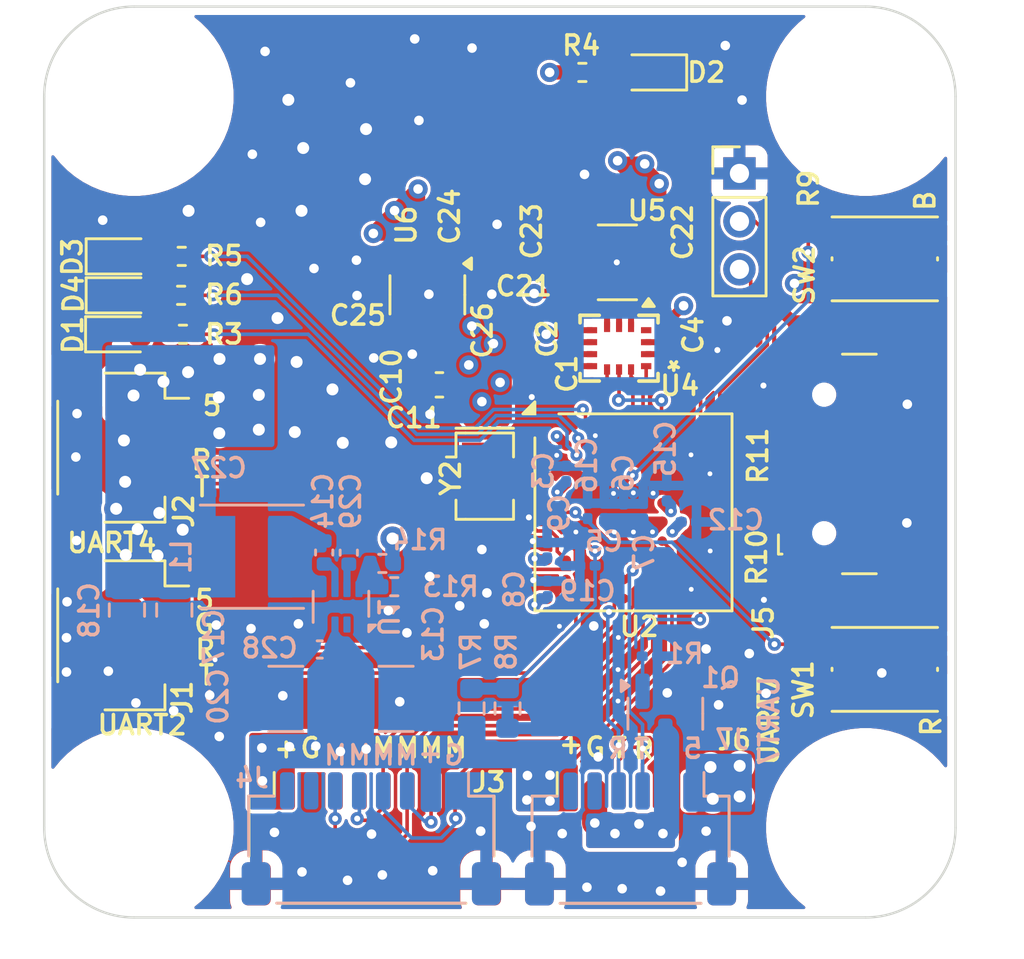
<source format=kicad_pcb>
(kicad_pcb (version 20241229) (generator "pcbnew") (generator_version "9.0")
  (layers (0 "F.Cu" signal) (4 "In1.Cu" signal) (6 "In2.Cu" signal) (2 "B.Cu" signal) (13 "F.Paste" user) (15 "B.Paste" user) (5 "F.SilkS" user "F.Silkscreen") (7 "B.SilkS" user "B.Silkscreen") (1 "F.Mask" user) (3 "B.Mask" user) (25 "Edge.Cuts" user))
  (net 0 "")
  (net 1 "/GND")
  (net 2 "/RESET1")
  (net 3 "/12V")
  (net 4 "Net-(D1-A)")
  (net 5 "Net-(D3-A)")
  (net 6 "Net-(D4-A)")
  (net 7 "/GREEN")
  (net 8 "/BLUE")
  (net 9 "/U2TX")
  (net 10 "/U2RX")
  (net 11 "/IMU_CS")
  (net 12 "/YELLOW")
  (net 13 "/BOOT")
  (net 14 "/MOTOR0")
  (net 15 "/MOTOR1")
  (net 16 "/MOTOR2")
  (net 17 "/MOTOR3")
  (net 18 "/VMCU")
  (net 19 "/VGYRO")
  (net 20 "/5V")
  (net 21 "Net-(U5-BP)")
  (net 22 "Net-(U6-BP)")
  (net 23 "Net-(D2-A)")
  (net 25 "/SCK")
  (net 26 "/MOSI")
  (net 27 "/MISO")
  (net 28 "/VBATMON")
  (net 29 "Net-(C12-Pad1)")
  (net 30 "Net-(C15-Pad1)")
  (net 32 "/U4RX")
  (net 33 "/U4TX")
  (net 34 "Net-(U2-PH1)")
  (net 36 "/U7RX")
  (net 37 "Net-(U2-PH0)")
  (net 38 "/U7TX")
  (net 39 "unconnected-(J5-SBU2-PadB8)")
  (net 40 "Net-(J5-CC2)")
  (net 42 "/USB_DM")
  (net 43 "/USB_DP")
  (net 44 "Net-(J5-CC1)")
  (net 45 "/SWCLK")
  (net 46 "/SWDIO")
  (net 47 "/SMPS_BOOST")
  (net 48 "/SMPS_V")
  (net 49 "Net-(U1-SS)")
  (net 54 "/VFB")
  (net 60 "/VTX_GND")
  (net 61 "/VTX_PWR")
  (net 62 "/NOVBUS")
  (footprint "Capacitor_SMD:C_0201_0603Metric" (layer "F.Cu") (at 66.58 96.44 180)
    (property "Reference" "C26")
    (property "Value" "1u")
  )
  (footprint "Resistor_SMD:R_0402_1005Metric" (layer "F.Cu") (at 55.71 94.045 180)
    (property "Reference" "R6")
    (property "Value" "1K")
  )
  (footprint "Capacitor_SMD:C_0201_0603Metric" (layer "F.Cu") (at 71.481251 94.779999 180)
    (property "Reference" "C2")
    (property "Value" "2.2u")
  )
  (footprint "LED_SMD:LED_0603_1608Metric" (layer "F.Cu") (at 53.235 94.045)
    (property "Reference" "D4")
    (property "Value" "BLUE_LED")
  )
  (footprint "Capacitor_SMD:C_0201_0603Metric" (layer "F.Cu") (at 65.9775 91.215 -90)
    (property "Reference" "C24")
    (property "Value" "1u")
  )
  (footprint "Button_Switch_SMD:SW_Push_1P1T_NO_Vertical_Wuerth_434133025816" (layer "F.Cu") (at 85.05 92.525)
    (property "Reference" "SW2")
    (property "Value" "434133025816")
  )
  (footprint "Capacitor_SMD:C_0201_0603Metric" (layer "F.Cu") (at 71.350001 91.4 -90)
    (property "Reference" "C23")
    (property "Value" "10n")
  )
  (footprint "MountingHole:MountingHole_4.3mm_M4_DIN965" (layer "F.Cu") (at 84.25 85.75)
    (property "Reference" "H2" (hide yes))
    (property "Value" "MountingHole_Pad")
  )
  (footprint "Capacitor_SMD:C_0201_0603Metric" (layer "F.Cu") (at 76.071251 95.679999 90)
    (property "Reference" "C4")
    (property "Value" "10n")
  )
  (footprint "Capacitor_SMD:C_0201_0603Metric" (layer "F.Cu") (at 71.851251 95.889999 90)
    (property "Reference" "C1")
    (property "Value" "100n")
  )
  (footprint "Package_TO_SOT_SMD:SOT-23-5" (layer "F.Cu") (at 65.9775 94.025 -90)
    (property "Reference" "U6")
    (property "Value" "SPX3819M5-L-3-3")
  )
  (footprint "Connector_JST:JST_SH_SM04B-SRSS-TB_1x04-1MP_P1.00mm_Horizontal" (layer "F.Cu") (at 53.25 100.4 -90)
    (property "Reference" "J2")
    (property "Value" "Conn_01x04_MountingPin")
  )
  (footprint "Connector_PinHeader_2.00mm:PinHeader_1x03_P2.00mm_Vertical" (layer "F.Cu") (at 78.99 88.96)
    (property "Reference" "J10" (hide yes))
    (property "Value" "Conn_01x03_Pin")
  )
  (footprint "Capacitor_SMD:C_0201_0603Metric" (layer "F.Cu") (at 71.441251 93.649999 90)
    (property "Reference" "C21")
    (property "Value" "1u")
  )
  (footprint "MountingHole:MountingHole_4.3mm_M4_DIN965" (layer "F.Cu") (at 53.75 116.25)
    (property "Reference" "H5" (hide yes))
    (property "Value" "MountingHole_Pad")
  )
  (footprint "LED_SMD:LED_0603_1608Metric" (layer "F.Cu") (at 75.304999 84.746 180)
    (property "Reference" "D2")
    (property "Value" "RED_LED")
  )
  (footprint "Connector_USB:USB_C_Receptacle_GCT_USB4110" (layer "F.Cu") (at 85.13 101.08 90)
    (property "Reference" "J5")
    (property "Value" "USB_C_Receptacle_USB2.0_16P")
  )
  (footprint "MountingHole:MountingHole_4.3mm_M4_DIN965" (layer "F.Cu") (at 53.75 85.75)
    (property "Reference" "H4" (hide yes))
    (property "Value" "MountingHole_Pad")
  )
  (footprint "LED_SMD:LED_0603_1608Metric" (layer "F.Cu") (at 53.235 92.42)
    (property "Reference" "D3")
    (property "Value" "GREEN_LED")
  )
  (footprint "Capacitor_SMD:C_0603_1608Metric" (layer "F.Cu") (at 66.48 97.78)
    (property "Reference" "C10")
    (property "Value" "10u")
  )
  (footprint "Resistor_SMD:R_0201_0603Metric" (layer "F.Cu") (at 80 99 90)
    (property "Reference" "R11")
    (property "Value" "5.1K")
  )
  (footprint "Resistor_SMD:R_0402_1005Metric" (layer "F.Cu") (at 55.785 95.67 180)
    (property "Reference" "R3")
    (property "Value" "1K")
  )
  (footprint "Resistor_SMD:R_0201_0603Metric" (layer "F.Cu") (at 79.925 103.175 -90)
    (property "Reference" "R10")
    (property "Value" "5.1K")
  )
  (footprint "Resistor_SMD:R_0402_1005Metric" (layer "F.Cu") (at 72.44 84.746)
    (property "Reference" "R4")
    (property "Value" "1K")
  )
  (footprint "Connector_JST:JST_SH_SM04B-SRSS-TB_1x04-1MP_P1.00mm_Horizontal" (layer "F.Cu") (at 53.25 108.23 -90)
    (property "Reference" "J1")
    (property "Value" "Conn_01x04_MountingPin")
  )
  (footprint "Crystal:Resonator_SMD_Murata_CSTxExxV-3Pin_3.0x1.1mm" (layer "F.Cu") (at 68.37 101.59 -90)
    (property "Reference" "Y2")
    (property "Value" "CSTNE8M00G520000R0")
  )
  (footprint "footprints:LGA14_2P5X3X0P91_IVS-L" (layer "F.Cu") (at 73.970001 96.249999 180)
    (property "Reference" "U4")
    (property "Value" "ICM-42688-P")
  )
  (footprint "Resistor_SMD:R_0201_0603Metric" (layer "F.Cu") (at 81.8 91.2 -90)
    (property "Reference" "R9")
    (property "Value" "10K")
  )
  (footprint "Package_BGA:TFBGA-100_8x8mm_Layout10x10_P0.8mm" (layer "F.Cu") (at 74.57 103.1)
    (property "Reference" "U2")
    (property "Value" "STM32H743VIHx")
  )
  (footprint "Capacitor_SMD:C_0201_0603Metric" (layer "F.Cu") (at 63.75 95.72)
    (property "Reference" "C25")
    (property "Value" "10n")
  )
  (footprint "Capacitor_SMD:C_0201_0603Metric" (layer "F.Cu") (at 76.441251 93.259999 90)
    (property "Reference" "C22")
    (property "Value" "1u")
  )
  (footprint "MountingHole:MountingHole_4.3mm_M4_DIN965" (layer "F.Cu") (at 84.25 116.25)
    (property "Reference" "H6" (hide yes))
    (property "Value" "MountingHole_Pad")
  )
  (footprint "Button_Switch_SMD:SW_Push_1P1T_NO_Vertical_Wuerth_434133025816" (layer "F.Cu") (at 85.05 109.65)
    (property "Reference" "SW1")
    (property "Value" "434133025816")
  )
  (footprint "Resistor_SMD:R_0402_1005Metric" (layer "F.Cu") (at 55.735 92.42 180)
    (property "Reference" "R5")
    (property "Value" "1K")
  )
  (footprint "Package_TO_SOT_SMD:SOT-23-5" (layer "F.Cu") (at 73.900001 92.669999 180)
    (property "Reference" "U5")
    (property "Value" "SPX3819M5-L-3-3")
  )
  (footprint "Capacitor_SMD:C_0201_0603Metric" (layer "F.Cu") (at 67.31 99.15)
    (property "Reference" "C11")
    (property "Value" "1u")
  )
  (footprint "Connector_JST:JST_SH_SM06B-SRSS-TB_1x06-1MP_P1.00mm_Horizontal" (layer "F.Cu") (at 74.45 116.725)
    (property "Reference" "J6")
    (property "Value" "Conn_01x06_MountingPin")
  )
  (footprint "LED_SMD:LED_0603_1608Metric" (layer "F.Cu") (at 53.21 95.67)
    (property "Reference" "D1")
    (property "Value" "YELLOW_LED")
  )
  (footprint "Connector_JST:JST_SH_SM08B-SRSS-TB_1x08-1MP_P1.00mm_Horizontal" (layer "F.Cu") (at 63.65 116.725)
    (property "Reference" "J3")
    (property "Value" "Conn_01x08_MountingPin")
  )
  (footprint "Connector_JST:JST_SH_SM06B-SRSS-TB_1x06-1MP_P1.00mm_Horizontal" (layer "B.Cu") (at 74.45 116.725 180)
    (property "Reference" "J7")
    (property "Value" "Conn_01x06_MountingPin")
  )
  (footprint "Capacitor_SMD:C_0201_0603Metric" (layer "B.Cu") (at 73.36 103.04 90)
    (property "Reference" "C5")
    (property "Value" "100n")
  )
  (footprint "Capacitor_SMD:C_0201_0603Metric" (layer "B.Cu") (at 72.66 103.04 90)
    (property "Reference" "C16")
    (property "Value" "100n")
  )
  (footprint "Capacitor_SMD:C_0201_0603Metric" (layer "B.Cu") (at 70.97 104.68 90)
    (property "Reference" "C9")
    (property "Value" "100n")
  )
  (footprint "Capacitor_SMD:C_0201_0603Metric" (layer "B.Cu") (at 57.275 102.3 180)
    (property "Reference" "C27")
    (property "Value" "100n")
  )
  (footprint "Capacitor_SMD:C_0402_1005Metric" (layer "B.Cu") (at 61.49 108.82)
    (property "Reference" "C28")
    (property "Value" "100n50VX7R")
  )
  (footprint "Capacitor_SMD:C_0402_1005Metric" (layer "B.Cu") (at 62.7 104.78 -90)
    (property "Reference" "C29")
    (property "Value" "33n50VX5R")
  )
  (footprint "Capacitor_SMD:C_1210_3225Metric" (layer "B.Cu") (at 60.075 110.88 180)
    (property "Reference" "C20")
    (property "Value" "10u50VX7R")
  )
  (footprint "Capacitor_SMD:C_0201_0603Metric" (layer "B.Cu") (at 75.96 102.3 90)
    (property "Reference" "C15")
    (property "Value" "2.2u")
  )
  (footprint "Connector_JST:JST_SH_SM08B-SRSS-TB_1x08-1MP_P1.00mm_Horizontal" (layer "B.Cu") (at 63.632601 116.7174 180)
    (property "Reference" "J4")
    (property "Value" "Conn_01x08_MountingPin")
  )
  (footprint "Capacitor_SMD:C_0201_0603Metric" (layer "B.Cu") (at 72.655 105.33)
    (property "Reference" "C19")
    (property "Value" "100n")
  )
  (footprint "Resistor_SMD:R_0402_1005Metric" (layer "B.Cu") (at 64.1 105.23)
    (property "Reference" "R14")
    (property "Value" "5.49K")
  )
  (footprint "Capacitor_SMD:C_1210_3225Metric" (layer "B.Cu") (at 64.675 110.88)
    (property "Reference" "C13")
    (property "Value" "10u50VX7R")
  )
  (footprint "Capacitor_SMD:C_0201_0603Metric" (layer "B.Cu") (at 71.76 101.49 90)
    (property "Reference" "C3")
    (property "Value" "100n")
  )
  (footprint "Capacitor_SMD:C_0201_0603Metric" (layer "B.Cu") (at 74.16 103.07 90)
    (property "Reference" "C6")
    (property "Value" "100n")
  )
  (footprint "Inductor_SMD:L_Coilcraft_XxL4030" (layer "B.Cu") (at 58.66145 104.95 180)
    (property "Reference" "L1")
    (property "Value" "XEL4030-332MEC")
  )
  (footprint "Resistor_SMD:R_0603_1608Metric" (layer "B.Cu") (at 67.82 111.28 90)
    (property "Reference" "R7")
    (property "Value" "10K")
  )
  (footprint "Capacitor_SMD:C_0201_0603Metric" (layer "B.Cu") (at 74.98 103.05 90)
    (property "Reference" "C7")
    (property "Value" "100n")
  )
  (footprint "Capacitor_SMD:C_0805_2012Metric" (layer "B.Cu") (at 55.425 107.175 -90)
    (property "Reference" "C17")
    (property "Value" "22u10VX5R")
  )
  (footprint "Capacitor_SMD:C_0201_0603Metric" (layer "B.Cu") (at 76.88 103.5)
    (property "Reference" "C12")
    (property "Value" "2.2u")
  )
  (footprint "Capacitor_SMD:C_0805_2012Metric" (layer "B.Cu") (at 53.45 107.175 -90)
    (property "Reference" "C18")
    (property "Value" "22u10VX5R")
  )
  (footprint "Capacitor_SMD:C_0402_1005Metric" (layer "B.Cu") (at 61.675 104.775 -90)
    (property "Reference" "C14")
    (property "Value" "100n50VX7R")
  )
  (footprint "Resistor_SMD:R_0201_0603Metric" (layer "B.Cu") (at 75.255 109.1)
    (property "Reference" "R1")
    (property "Value" "10K")
  )
  (footprint "Package_TO_SOT_SMD:SOT-23" (layer "B.Cu") (at 75.9 111.5 -90)
    (property "Reference" "Q1")
    (property "Value" "DMN3042L")
  )
  (footprint "Resistor_SMD:R_0402_1005Metric" (layer "B.Cu") (at 64.59645 106.2 180)
    (property "Reference" "R13")
    (property "Value" "1K")
  )
  (footprint "Resistor_SMD:R_0603_1608Metric" (layer "B.Cu") (at 69.32 111.28 90)
    (property "Reference" "R8")
    (property "Value" "1K")
  )
  (footprint "Capacitor_SMD:C_0201_0603Metric" (layer "B.Cu") (at 70.99 106.29 90)
    (property "Reference" "C8")
    (property "Value" "100n")
  )
  (footprint "Package_TO_SOT_SMD:SOT-583-8" (layer "B.Cu") (at 62.375 107.04 90)
    (property "Reference" "U1")
    (property "Value" "TPS62933F")
  )
  (gr_poly (pts (xy 52.675 105.075) (xy 54.525 106.975) (xy 56 106.975) (xy 56 103.475) (xy 52.675 103.475)) (stroke (width 0.2)) (fill yes) (layer "F.Cu") (net 20))
  (gr_poly (pts (xy 67.4 99.28) (xy 67.4 98.84) (xy 66.8 98.24) (xy 66.8 94.52) (xy 66.81 94.51) (xy 67.98 94.51) (xy 69.5 96.03) (xy 69.5 99.26) (xy 69.33 99.5) (xy 67.58 99.5)) (stroke (width 0.0001)) (fill yes) (layer "F.Cu") (net 18))
  (gr_poly (pts (xy 63.32 105.07) (xy 63 106.025) (xy 63 106.51) (xy 64.16 106.51) (xy 64.16 105.88) (xy 63.85 105.07)) (stroke (width 0.01)) (fill yes) (layer "B.Cu") (net 54))
  (gr_line (start 88 85.75) (end 88 116.25) (stroke (width 0.1)) (layer "Edge.Cuts"))
  (gr_arc (start 84.25 82) (mid 86.90165 83.09835) (end 88 85.75) (stroke (width 0.1)) (layer "Edge.Cuts"))
  (gr_line (start 50 116.25) (end 50 85.75) (stroke (width 0.1)) (layer "Edge.Cuts"))
  (gr_arc (start 88 116.25) (mid 86.90165 118.90165) (end 84.25 120) (stroke (width 0.1)) (layer "Edge.Cuts"))
  (gr_line (start 53.75 82) (end 84.25 82) (stroke (width 0.1)) (layer "Edge.Cuts"))
  (gr_arc (start 53.75 120) (mid 51.09835 118.90165) (end 50 116.25) (stroke (width 0.1)) (layer "Edge.Cuts"))
  (gr_line (start 84.25 120) (end 53.75 120) (stroke (width 0.1)) (layer "Edge.Cuts"))
  (gr_arc (start 50 85.75) (mid 51.09835 83.09835) (end 53.75 82) (stroke (width 0.1)) (layer "Edge.Cuts"))
  (gr_text "5" (at 56.52 99.12 0) (layer "F.SilkS") (effects (font (size 0.8 0.8)) (justify left bottom)))
  (gr_text "G" (at 56.17 108.24 0) (layer "F.SilkS") (effects (font (size 0.8 0.8)) (justify left bottom)))
  (gr_text "R" (at 87.45 112.525 90) (layer "F.SilkS") (effects (font (size 0.8 0.8)) (justify left bottom)))
  (gr_text "R" (at 56.22 109.29 0) (layer "F.SilkS") (effects (font (size 0.8 0.8)) (justify left bottom)))
  (gr_text "T" (at 56.36 110.36 0) (layer "F.SilkS") (effects (font (size 0.8 0.8)) (justify left bottom)))
  (gr_text "M" (at 65.6 113.4 0) (layer "F.SilkS") (effects (font (size 0.8 0.8)) (justify left bottom)))
  (gr_text "UART2" (at 52.14 112.44 0) (layer "F.SilkS") (effects (font (size 0.8 0.8)) (justify left bottom)))
  (gr_text "R" (at 56.06 101.39 0) (layer "F.SilkS") (effects (font (size 0.8 0.8)) (justify left bottom)))
  (gr_text "UART7" (at 80.675 113.725 90) (layer "F.SilkS") (effects (font (size 0.8 0.8)) (justify left bottom)))
  (gr_text "5" (at 56.21 107.22 0) (layer "F.SilkS") (effects (font (size 0.8 0.8)) (justify left bottom)))
  (gr_text "B" (at 87.2 90.6 90) (layer "F.SilkS") (effects (font (size 0.8 0.8)) (justify left bottom)))
  (gr_text "UART4" (at 50.87 104.84 0) (layer "F.SilkS") (effects (font (size 0.8 0.8)) (justify left bottom)))
  (gr_text "G" (at 72.475 113.375 0) (layer "F.SilkS") (effects (font (size 0.8 0.8)) (justify left bottom)))
  (gr_text "G" (at 60.6 113.4 0) (layer "F.SilkS") (effects (font (size 0.8 0.8)) (justify left bottom)))
  (gr_text "M" (at 66.6 113.4 0) (layer "F.SilkS") (effects (font (size 0.8 0.8)) (justify left bottom)))
  (gr_text "+" (at 59.5 113.4 0) (layer "F.SilkS") (effects (font (size 0.8 0.8)) (justify left bottom)))
  (gr_text "M" (at 64.6 113.4 0) (layer "F.SilkS") (effects (font (size 0.8 0.8)) (justify left bottom)))
  (gr_text "R" (at 74.5 113.425 0) (layer "F.SilkS") (effects (font (size 0.8 0.8)) (justify left bottom)))
  (gr_text "+" (at 71.375 113.225 0) (layer "F.SilkS") (effects (font (size 0.8 0.8)) (justify left bottom)))
  (gr_text "T" (at 73.575 113.4 0) (layer "F.SilkS") (effects (font (size 0.8 0.8)) (justify left bottom)))
  (gr_text "M" (at 63.6 113.4 0) (layer "F.SilkS") (effects (font (size 0.8 0.8)) (justify left bottom)))
  (gr_text "T" (at 56.18 102.51 0) (layer "F.SilkS") (effects (font (size 0.8 0.8)) (justify left bottom)))
  (gr_text "M" (at 62.7 113.7 0) (layer "B.SilkS") (effects (font (size 0.8 0.8)) (justify left bottom mirror)))
  (gr_text "M" (at 63.7 113.7 0) (layer "B.SilkS") (effects (font (size 0.8 0.8)) (justify left bottom mirror)))
  (gr_text "5" (at 77.525 113.425 0) (layer "B.SilkS") (effects (font (size 0.8 0.8)) (justify left bottom mirror)))
  (gr_text "T" (at 75.325 113.45 0) (layer "B.SilkS") (effects (font (size 0.8 0.8)) (justify left bottom mirror)))
  (gr_text "+" (at 66.1 113.6 0) (layer "B.SilkS") (effects (font (size 0.8 0.8)) (justify bottom mirror)))
  (gr_text "UART7" (at 80.7 109.85 90) (layer "B.SilkS") (effects (font (size 0.8 0.8)) (justify left bottom mirror)))
  (gr_text "G" (at 67.6 113.7 0) (layer "B.SilkS") (effects (font (size 0.8 0.8)) (justify left bottom mirror)))
  (gr_text "M" (at 64.7 113.7 0) (layer "B.SilkS") (effects (font (size 0.8 0.8)) (justify left bottom mirror)))
  (gr_text "R" (at 74.425 113.425 0) (layer "B.SilkS") (effects (font (size 0.8 0.8)) (justify left bottom mirror)))
  (gr_text "M" (at 65.1 113.7 0) (layer "B.SilkS") (effects (font (size 0.8 0.8)) (justify bottom mirror)))
  (segment (start 75.043501 92.663999) (end 76.235251 92.663999) (width 0.6) (layer "F.Cu") (net 1))
  (segment (start 71.525001 92.669999) (end 70.075001 92.669999) (width 0.6) (layer "F.Cu") (net 1))
  (segment (start 66.065 99.265) (end 66.17 99.16) (width 0.4) (layer "F.Cu") (net 1))
  (segment (start 66.265 99.265) (end 66.38 99.15) (width 0.4) (layer "F.Cu") (net 1))
  (segment (start 70.96 104.29) (end 70.97 104.3) (width 0.45) (layer "F.Cu") (net 1))
  (segment (start 81.38 97.81) (end 81.45 97.88) (width 0.3) (layer "F.Cu") (net 1))
  (segment (start 82.025 104.855) (end 82.025 106.19) (width 0.4) (layer "F.Cu") (net 1))
  (segment (start 66.29 96.44) (end 66.26 96.44) (width 0.4) (layer "F.Cu") (net 1))
  (segment (start 73.470002 94.661248) (end 73.661251 94.469999) (width 0.25) (layer "F.Cu") (net 1))
  (segment (start 71.525001 93.246249) (end 71.481251 93.289999) (width 0.6) (layer "F.Cu") (net 1))
  (segment (start 73.661251 94.469999) (end 73.661251 94.468749) (width 0.25) (layer "F.Cu") (net 1))
  (segment (start 74.565207 102.284807) (end 74.565207 102.295207) (width 0.45) (layer "F.Cu") (net 1))
  (segment (start 79.99 97.81) (end 79.99 98.34) (width 0.3) (layer "F.Cu") (net 1))
  (segment (start 77.808998 96.068998) (end 77.38 96.068998) (width 0.25) (layer "F.Cu") (net 1))
  (segment (start 65.9775 93.9375) (end 65.9775 92.8875) (width 0.6) (layer "F.Cu") (net 1))
  (segment (start 70.171251 94.779999) (end 71.161251 94.779999) (width 0.4) (layer "F.Cu") (net 1))
  (segment (start 80.69 104.28) (end 80.01 104.96) (width 0.4) (layer "F.Cu") (net 1))
  (segment (start 65.9775 95.9) (end 65.9775 96.315) (width 0.6) (layer "F.Cu") (net 1))
  (segment (start 66.2975 96.4475) (end 66.29 96.44) (width 0.4) (layer "F.Cu") (net 1))
  (segment (start 71.77 101.1) (end 71.75 101.1) (width 0.45) (layer "F.Cu") (net 1))
  (segment (start 70.425001 91.038999) (end 70.426002 91.04) (width 0.6) (layer "F.Cu") (net 1))
  (segment (start 52.4225 95.67) (end 52.4225 96.5525) (width 0.8) (layer "F.Cu") (net 1))
  (segment (start 73.875001 92.669999) (end 73.875001 94.064999) (width 0.6) (layer "F.Cu") (net 1))
  (segment (start 66.065 99.265) (end 66.265 99.265) (width 0.4) (layer "F.Cu") (net 1))
  (segment (start 64.31 97.51) (end 66.065 99.265) (width 0.4) (layer "F.Cu") (net 1))
  (segment (start 71.525001 92.669999) (end 71.525001 93.246249) (width 0.6) (layer "F.Cu") (net 1))
  (segment (start 81.45 97.88) (end 81.45 97.75) (width 0.15) (layer "F.Cu") (net 1))
  (segment (start 66.26 96.44) (end 66.23 96.41) (width 0.4) (layer "F.Cu") (net 1))
  (segment (start 71.851251 96.761251) (end 72.09 97) (width 0.25) (layer "F.Cu") (net 1))
  (segment (start 70.426002 91.04) (end 71.350001 91.04) (width 0.6) (layer "F.Cu") (net 1))
  (segment (start 78.07 96.33) (end 77.389998 96.33) (width 0.25) (layer "F.Cu") (net 1))
  (segment (start 75.037501 92.669999) (end 73.875001 92.669999) (width 0.6) (layer "F.Cu") (net 1))
  (segment (start 71.851251 96.209999) (end 71.851251 96.761251) (width 0.25) (layer "F.Cu") (net 1))
  (segment (start 72.839701 95.999999) (end 72.291251 95.999999) (width 0.25) (layer "F.Cu") (net 1))
  (segment (start 70.075001 91.388999) (end 70.425001 91.038999) (width 0.6) (layer "F.Cu") (net 1))
  (segment (start 73.470002 95.360999) (end 73.470002 94.661248) (width 0.25) (layer "F.Cu") (net 1))
  (segment (start 64.31 97.22857) (end 64.31 97.51) (width 0.4) (layer "F.Cu") (net 1))
  (segment (start 74.17 102.7) (end 74.17 102.680014) (width 0.45) (layer "F.Cu") (net 1))
  (segment (start 77.38 96.068998) (end 77.311001 95.999999) (width 0.25) (layer "F.Cu") (net 1))
  (segment (start 75.037501 92.669999) (end 75.043501 92.663999) (width 0.6) (layer "F.Cu") (net 1))
  (segment (start 66.23 96.41) (end 66.0725 96.41) (width 0.4) (layer "F.Cu") (net 1))
  (segment (start 80 98.35) (end 80 98.68) (width 0.3) (layer "F.Cu") (net 1))
  (segment (start 73.739003 102.310003) (end 73.780003 102.310003) (width 0.45) (layer "F.Cu") (net 1))
  (segment (start 79.99 97.81) (end 81.38 97.81) (width 0.3) (layer "F.Cu") (net 1))
  (segment (start 73.875001 92.669999) (end 71.525001 92.669999) (width 0.6) (layer "F.Cu") (net 1))
  (segment (start 72.291251 95.999999) (end 72.081251 96.209999) (width 0.25) (layer "F.Cu") (net 1))
  (segment (start 80.69 104.28) (end 81.45 104.28) (width 0.4) (layer "F.Cu") (net 1))
  (segment (start 52.4475 92.42) (end 52.4475 95.645) (width 0.8) (layer "F.Cu") (net 1))
  (segment (start 70.075001 92.669999) (end 70.075001 91.388999) (width 0.6) (layer "F.Cu") (net 1))
  (segment (start 77.389998 96.33) (end 77.219999 96.499999) (width 0.25) (layer "F.Cu") (net 1))
  (segment (start 68.891 91.09) (end 68.885 91.084) (width 0.6) (layer "F.Cu") (net 1))
  (segment (start 72.081251 96.209999) (end 72.371251 96.499999) (width 0.25) (layer "F.Cu") (net 1))
  (segment (start 82.025 106.19) (end 82.665 106.19) (width 0.4) (layer "F.Cu") (net 1))
  (segment (start 62.99 94) (end 66.04 94) (width 0.6) (layer "F.Cu") (net 1))
  (segment (start 81.45 104.28) (end 82.025 104.855) (width 0.4) (layer "F.Cu") (net 1))
  (segment (start 71.851251 96.508749) (end 71.851251 96.209999) (width 0.4) (layer "F.Cu") (net 1))
  (segment (start 72.081251 96.209999) (end 71.851251 96.209999) (width 0.25) (layer "F.Cu") (net 1))
  (segment (start 72.09 97) (end 72.839701 97) (width 0.25) (layer "F.Cu") (net 1))
  (segment (start 79.99 98.34) (end 80 98.35) (width 0.3) (layer "F.Cu") (net 1))
  (segment (start 72.371251 96.499999) (end 72.839701 96.499999) (width 0.25) (layer "F.Cu") (net 1))
  (segment (start 52.4475 95.645) (end 52.4225 95.67) (width 0.8) (layer "F.Cu") (net 1))
  (segment (start 66.0725 96.41) (end 65.9775 96.315) (width 0.4) (layer "F.Cu") (net 1))
  (segment (start 73.875001 94.064999) (end 73.970001 94.159999) (width 0.6) (layer "F.Cu") (net 1))
  (segment (start 76.235251 92.663999) (end 76.441251 92.869999) (width 0.6) (layer "F.Cu") (net 1))
  (segment (start 65.9775 92.8875) (end 65.9775 91.55) (width 0.4) (layer "F.Cu") (net 1))
  (segment (start 74.97 102.7) (end 74.990177 102.7) (width 0.45) (layer "F.Cu") (net 1))
  (segment (start 71.481251 93.289999) (end 71.441251 93.289999) (width 0.6) (layer "F.Cu") (net 1))
  (segment (start 68.665 94) (end 66.04 94) (width 0.6) (layer "F.Cu") (net 1))
  (segment (start 66.38 99.15) (end 66.99 99.15) (width 0.4) (layer "F.Cu") (net 1))
  (segment (start 63.740715 96.659285) (end 64.31 97.22857) (width 0.4) (layer "F.Cu") (net 1))
  (segment (start 80.01 104.96) (end 80.01 106.75) (width 0.4) (layer "F.Cu") (net 1))
  (segment (start 79.87 103.46) (end 80.69 104.28) (width 0.4) (layer "F.Cu") (net 1))
  (segment (start 52.4225 96.5525) (end 51.375 97.6) (width 0.8) (layer "F.Cu") (net 1))
  (segment (start 78.07 96.33) (end 77.808998 96.068998) (width 0.25) (layer "F.Cu") (net 1))
  (segment (start 73.661251 94.468749) (end 73.970001 94.159999) (width 0.25) (layer "F.Cu") (net 1))
  (segment (start 73.37 102.7) (end 73.37 102.679006) (width 0.45) (layer "F.Cu") (net 1))
  (segment (start 65.9775 93.9375) (end 65.9775 95.9) (width 0.6) (layer "F.Cu") (net 1))
  (segment (start 66.04 94) (end 65.9775 93.9375) (width 0.6) (layer "F.Cu") (net 1))
  (segment (start 77.311001 95.999999) (end 75.100301 95.999999) (width 0.25) (layer "F.Cu") (net 1))
  (segment (start 73.970001 95.360999) (end 73.970001 94.159999) (width 0.25) (layer "F.Cu") (net 1))
  (segment (start 77.219999 96.499999) (end 75.100301 96.499999) (width 0.25) (layer "F.Cu") (net 1))
  (via (at 68.25 104.65) (size 0.8) (drill 0.4) (layers "F.Cu" "B.Cu") (net 1))
  (via (at 70.39 105.9292) (size 0.55) (drill 0.25) (layers "F.Cu" "B.Cu") (net 1))
  (via (at 59.95 110.75) (size 0.8) (drill 0.4) (layers "F.Cu" "B.Cu") (net 1))
  (via (at 62.45 100.2) (size 1) (drill 0.5) (layers "F.Cu" "B.Cu") (net 1))
  (via (at 68.2 116.4) (size 0.8) (drill 0.4) (layers "F.Cu" "B.Cu") (net 1))
  (via (at 62.77 85.18) (size 0.8) (drill 0.4) (layers "F.Cu" "B.Cu") (net 1))
  (via (at 51.35 104.275) (size 0.8) (drill 0.4) (layers "F.Cu" "B.Cu") (net 1))
  (via (at 77.6 108.8) (size 0.8) (drill 0.4) (layers "F.Cu" "B.Cu") (net 1))
  (via (at 72.63 118.74) (size 0.8) (drill 0.4) (layers "F.Cu" "B.Cu") (net 1))
  (via (at 63.740715 96.659285) (size 0.8) (drill 0.4) (layers "F.Cu" "B.Cu") (net 1))
  (via (at 59.6 116.45) (size 0.8) (drill 0.4) (layers "F.Cu" "B.Cu") (net 1))
  (via (at 75.98 110.63) (size 0.8) (drill 0.4) (layers "F.Cu" "B.Cu") (net 1))
  (via (at 65.35 96.5) (size 0.8) (drill 0.4) (layers "F.Cu" "B.Cu") (net 1))
  (via (at 60.45 99.75) (size 1) (drill 0.5) (layers "F.Cu" "B.Cu") (net 1))
  (via (at 78.07 96.33) (size 0.55) (drill 0.25) (layers "F.Cu" "B.Cu") (net 1))
  (via (at 65.95 101.675) (size 1) (drill 0.5) (layers "F.Cu" "B.Cu") (net 1))
  (via (at 72.916018 107.839418) (size 0.8) (drill 0.4) (layers "F.Cu" "B.Cu") (net 1))
  (via (at 76.97 100.7) (size 0.5) (drill 0.2) (layers "F.Cu" "B.Cu") (net 1))
  (via (at 57.175 107.8) (size 0.8) (drill 0.4) (layers "F.Cu" "B.Cu") (net 1))
  (via (at 60.6 107.75) (size 0.8) (drill 0.4) (layers "F.Cu" "B.Cu") (net 1))
  (via (at 73.739003 102.310003) (size 0.5) (drill 0.2) (layers "F.Cu" "B.Cu") (net 1))
  (via (at 66.04 94) (size 0.8) (drill 0.4) (layers "F.Cu" "B.Cu") (net 1))
  (via (at 70.21 103.31) (size 0.55) (drill 0.25) (layers "F.Cu" "B.Cu") (net 1))
  (via (at 56.02 90.52) (size 1) (drill 0.5) (layers "F.Cu" "B.Cu") (net 1))
  (via (at 50.93 109.76) (size 0.8) (drill 0.4) (layers "F.Cu" "B.Cu") (net 1))
  (via (at 67.84 83.73) (size 0.8) (drill 0.4) (layers "F.Cu" "B.Cu") (net 1))
  (via (at 67.325 107) (size 0.8) (drill 0.4) (layers "F.Cu" "B.Cu") (net 1))
  (via (at 52.44 90.91) (size 0.8) (drill 0.4) (layers "F.Cu" "B.Cu") (net 1))
  (via (at 71.6 116.5) (size 0.8) (drill 0.4) (layers "F.Cu" "B.Cu") (net 1))
  (via (at 59.025 91) (size 0.8) (drill 0.4) (layers "F.Cu" "B.Cu") (net 1))
  (via (at 75.7 118.9) (size 0.8) (drill 0.4) (layers "F.Cu" "B.Cu") (net 1))
  (via (at 58.461544 93.3684) (size 1) (drill 0.5) (layers "F.Cu" "B.Cu") (net 1))
  (via (at 63.044595 94.054595) (size 0.8) (drill 0.4) (layers "F.Cu" "B.Cu") (net 1))
  (via (at 80.01 106.75) (size 0.55) (drill 0.25) (layers "F.Cu" "B.Cu") (net 1))
  (via (at 64.825 111) (size 0.8) (drill 0.4) (layers "F.Cu" "B.Cu") (net 1))
  (via (at 59.21 83.87) (size 0.8) (drill 0.4) (layers "F.Cu" "B.Cu") (net 1))
  (via (at 73.94 108.32) (size 0.5) (drill 0.2) (layers "F.Cu" "B.Cu") (net 1))
  (via (at 72.98 99.9) (size 0.5) (drill 0.2) (layers "F.Cu" "B.Cu") (net 1))
  (via (at 66.075 105.775) (size 0.8) (drill 0.4) (layers "F.Cu" "B.Cu") (net 1))
  (via (at 64.35 107.2) (size 0.8) (drill 0.4) (layers "F.Cu" "B.Cu") (net 1))
  (via (at 73.875001 92.669999) (size 0.55) (drill 0.25) (layers "F.Cu" "B.Cu") (net 1))
  (via (at 58.68 88.16) (size 0.8) (drill 0.4) (layers "F.Cu" "B.Cu") (net 1))
  (via (at 80.1 110.65) (size 0.8) (drill 0.4) (layers "F.Cu" "B.Cu") (net 1))
  (via (at 77.77 104.71) (size 0.5) (drill 0.2) (layers "F.Cu" "B.Cu") (net 1))
  (via (at 76.979958 106.309958) (size 0.5) (drill 0.2) (layers "F.Cu" "B.Cu") (net 1))
  (via (at 60.525 96.825) (size 1) (drill 0.5) (layers "F.Cu" "B.Cu") (net 1))
  (via (at 74.1 118.8) (size 0.8) (drill 0.4) (layers "F.Cu" "B.Cu") (net 1))
  (via (at 74.565207 102.284807) (size 0.5) (drill 0.2) (layers "F.Cu" "B.Cu") (net 1))
  (via (at 70.3 116.2) (size 0.8) (drill 0.4) (layers "F.Cu" "B.Cu") (net 1))
  (via (at 61.25 92.925) (size 0.8) (drill 0.4) (layers "F.Cu" "B.Cu") (net 1))
  (via (at 55.4 111.375) (size 0.8) (drill 0.4) (layers "F.Cu" "B.Cu") (net 1))
  (via (at 72.53 89) (size 0.8) (drill 0.4) (layers "F.Cu" "B.Cu") (net 1))
  (via (at 65.625 86.75) (size 0.8) (drill 0.4) (layers "F.Cu" "B.Cu") (net 1))
  (via (at 58.625 107.95) (size 0.8) (drill 0.4) (layers "F.Cu" "B.Cu") (net 1))
  (via (at 51.37 98.98) (size 0.8) (drill 0.4) (layers "F.Cu" "B.Cu") (net 1))
  (via (at 70.37 104.3) (size 0.55) (drill 0.25) (layers "F.Cu" "B.Cu") (net 1))
  (via (at 73.1 113.3) (size 0.8) (drill 0.4) (layers "F.Cu" "B.Cu") (net 1))
  (via (at 63.649065 116.522125) (size 0.8) (drill 0.4) (layers "F.Cu" "B.Cu") (net 1))
  (via (at 73.926599 109.660097) (size 0.5) (drill 0.2) (layers "F.Cu" "B.Cu") (net 1))
  (via (at 68.35 107.75) (size 0.8) (drill 0.4) (layers "F.Cu" "B.Cu") (net 1))
  (via (at 78.12 111.13) (size 0.8) (drill 0.4) (layers "F.Cu" "B.Cu") (net 1))
  (via (at 66.2 118.05) (size 0.8) (drill 0.4) (layers "F.Cu" "B.Cu") (net 1))
  (via (at 60.18 85.89) (size 1) (drill 0.5) (layers "F.Cu" "B.Cu") (net 1))
  (via (at 73.9266 110.970097) (size 0.5) (drill 0.2) (layers "F.Cu" "B.Cu") (net 1))
  (via (at 66.090715 99.009285) (size 0.8) (drill 0.4) (layers "F.Cu" "B.Cu") (net 1))
  (via (at 64.47 100.18) (size 1) (drill 0.5) (layers "F.Cu" "B.Cu") (net 1))
  (via (at 51.32 100.79) (size 0.8) (drill 0.4) (layers "F.Cu" "B.Cu") (net 1))
  (via (at 72.17 103.92) (size 0.5) (drill 0.2) (layers "F.Cu" "B.Cu") (net 1))
  (via (at 71.37 100.72) (size 0.5) (drill 0.2) (layers "F.Cu" "B.Cu") (net 1))
  (via (at 63.42 87.11) (size 1) (drill 0.5) (layers "F.Cu" "B.Cu") (net 1))
  (via (at 65.125 108.125) (size 0.8) (drill 0.4) (layers "F.Cu" "B.Cu") (net 1))
  (via (at 70.33 98.29) (size 0.55) (drill 0.25) (layers "F.Cu" "B.Cu") (net 1))
  (via (at 50.93 108.33) (size 0.8) (drill 0.4) (layers "F.Cu" "B.Cu") (net 1))
  (via (at 85.99 98.59) (size 0.8) (drill 0.4) (layers "F.Cu" "B.Cu") (net 1))
  (via (at 65.45 83.35) (size 0.8) (drill 0.4) (layers "F.Cu" "B.Cu") (net 1))
  (via (at 68.665 94) (size 0.8) (drill 0.4) (layers "F.Cu" "B.Cu") (net 1))
  (via (at 63.38 89.2) (size 1) (drill 0.5) (layers "F.Cu" "B.Cu") (net 1))
  (via (at 57.125 109.25) (size 0.5) (drill 0.2) (layers "F.Cu" "B.Cu") (net 1))
  (via (at 85.97 103.54) (size 0.8) (drill 0.4) (layers "F.Cu" "B.Cu") (net 1))
  (via (at 71.483348 107.853348) (size 0.5) (drill 0.2) (layers "F.Cu" "B.Cu") (net 1))
  (via (at 60.75 118.1) (size 0.8) (drill 0.4) (layers "F.Cu" "B.Cu") (net 1))
  (via (at 56.9 110.725) (size 0.8) (drill 0.4) (layers "F.Cu" "B.Cu") (net 1))
  (via (at 77.6 116.4) (size 0.8) (drill 0.4) (layers "F.Cu" "B.Cu") (net 1))
  (via (at 53.825 111.05) (size 0.8) (drill 0.4) (layers "F.Cu" "B.Cu") (net 1))
  (via (at 60.8 87.9) (size 1) (drill 0.5) (layers "F.Cu" "B.Cu") (net 1))
  (via (at 75.390179 102.299998) (size 0.5) (drill 0.2) (layers "F.Cu" "B.Cu") (net 1))
  (via (at 77.76 101.49) (size 0.5) (drill 0.2) (layers "F.Cu" "B.Cu") (net 1))
  (via (at 57.3 112.45) (size 0.8) (drill 0.4) (layers "F.Cu" "B.Cu") (net 1))
  (via (at 59.729314 94.9934) (size 1) (drill 0.5) (layers "F.Cu" "B.Cu") (net 1))
  (via (at 62.65 118.45) (size 0.8) (drill 0.4) (layers "F.Cu" "B.Cu") (net 1))
  (via (at 79.4 108.99) (size 0.8) (drill 0.4) (layers "F.Cu" "B.Cu") (net 1))
  (via (at 68.46 106.46) (size 0.8) (drill 0.4) (layers "F.Cu" "B.Cu") (net 1))
  (via (at 76.6 117.7) (size 0.8) (drill 0.4) (layers "F.Cu" "B.Cu") (net 1))
  (via (at 78.47 95.11) (size 0.8) (drill 0.4) (layers "F.Cu" "B.Cu") (net 1))
  (via (at 78.4 83.625) (size 0.8) (drill 0.4) (layers "F.Cu" "B.Cu") (net 1))
  (via (at 84.925 109.8) (size 0.8) (drill 0.4) (layers "F.Cu" "B.Cu") (net 1))
  (via (at 79.99 97.81) (size 0.55) (drill 0.25) (layers "F.Cu" "B.Cu") (net 1))
  (via (at 60.73 90.52) (size 1) (drill 0.5) (layers "F.Cu" "B.Cu") (net 1))
  (via (at 68.885 91.084) (size 0.8) (drill 0.4) (layers "F.Cu" "B.Cu") (net 1))
  (via (at 62.02 97.97) (size 1) (drill 0.5) (layers "F.Cu" "B.Cu") (net 1))
  (via (at 63.02 92.58) (size 0.8) (drill 0.4) (layers "F.Cu" "B.Cu") (net 1))
  (via (at 52.675 109.725) (size 0.8) (drill 0.4) (layers "F.Cu" "B.Cu") (net 1))
  (via (at 64.1 118.225) (size 0.8) (drill 0.4) (layers "F.Cu" "B.Cu") (net 1))
  (via (at 50.953 106.83) (size 0.8) (drill 0.4) (layers "F.Cu" "B.Cu") (net 1))
  (via (at 79.1 85.9) (size 0.8) (drill 0.4) (layers "F.Cu" "B.Cu") (net 1))
  (segment (start 73.36 102.72) (end 73.36 102.689006) (width 0.45) (layer "B.Cu") (net 1))
  (segment (start 73.739003 102.310003) (end 73.739003 102.340997) (width 0.45) (layer "B.Cu") (net 1))
  (segment (start 73.739003 102.310003) (end 73.739003 102.329003) (width 0.45) (layer "B.Cu") (net 1))
  (segment (start 74.565207 102.284807) (end 74.565207 102.315207) (width 0.45) (layer "B.Cu") (net 1))
  (segment (start 70.97 102.7) (end 71.15 102.7) (width 0.15) (layer "F.Cu") (net 2))
  (segment (start 71.15 102.7) (end 71.545074 103.095074) (width 0.15) (layer "F.Cu") (net 2))
  (segment (start 80.45 108.6) (end 87 108.6) (width 0.15) (layer "F.Cu") (net 2))
  (segment (start 71.545074 103.095074) (end 72.185056 103.095074) (width 0.15) (layer "F.Cu") (net 2))
  (via (at 72.149821 103.099998) (size 0.5) (drill 0.2) (layers "F.Cu" "B.Cu") (net 2))
  (via (at 80.45 108.6) (size 0.55) (drill 0.25) (layers "F.Cu" "B.Cu") (net 2))
  (segment (start 80.45 108.6) (end 80.425 108.6) (width 0.15) (layer "B.Cu") (net 2))
  (segment (start 73.547779 104.347779) (end 72.66 103.46) (width 0.15) (layer "B.Cu") (net 2))
  (segment (start 72.66 103.46) (end 72.66 103.36) (width 0.15) (layer "B.Cu") (net 2))
  (segment (start 80.425 108.6) (end 76.172779 104.347779) (width 0.15) (layer "B.Cu") (net 2))
  (segment (start 76.172779 104.347779) (end 73.547779 104.347779) (width 0.15) (layer "B.Cu") (net 2))
  (segment (start 72.66 103.36) (end 72.409823 103.36) (width 0.15) (layer "B.Cu") (net 2))
  (segment (start 72.409823 103.36) (end 72.149821 103.099998) (width 0.15) (layer "B.Cu") (net 2))
  (via (at 62.35 113.075) (size 0.8) (drill 0.4) (layers "F.Cu" "B.Cu") (net 3))
  (via (at 59.075 112.925) (size 0.8) (drill 0.4) (layers "F.Cu" "B.Cu") (net 3))
  (via (at 61.325 112.85) (size 0.8) (drill 0.4) (layers "F.Cu" "B.Cu") (net 3))
  (via (at 71.090385 114.064444) (size 0.8) (drill 0.4) (layers "F.Cu" "B.Cu") (net 3))
  (via (at 60.225 112.875) (size 0.8) (drill 0.4) (layers "F.Cu" "B.Cu") (net 3))
  (via (at 70.125 115.1) (size 0.8) (drill 0.4) (layers "F.Cu" "B.Cu") (net 3))
  (via (at 70.15 114.08) (size 0.8) (drill 0.4) (layers "F.Cu" "B.Cu") (net 3))
  (via (at 59.1 114.3) (size 0.8) (drill 0.4) (layers "F.Cu" "B.Cu") (net 3))
  (via (at 71.09 115.139962) (size 0.8) (drill 0.4) (layers "F.Cu" "B.Cu") (net 3))
  (via (at 63.425 112.975) (size 0.8) (drill 0.4) (layers "F.Cu" "B.Cu") (net 3))
  (segment (start 62.085 107.665) (end 62.07 107.68) (width 0.15) (layer "B.Cu") (net 3))
  (segment (start 53.9975 95.67) (end 55.275 95.67) (width 0.15) (layer "F.Cu") (net 4))
  (segment (start 54.0225 92.42) (end 55.225 92.42) (width 0.15) (layer "F.Cu") (net 5))
  (segment (start 54.0225 94.045) (end 55.2 94.045) (width 0.15) (layer "F.Cu") (net 6))
  (segment (start 72.57 99.5) (end 72.57 98.92) (width 0.15) (layer "F.Cu") (net 7))
  (segment (start 56.92 92.42) (end 56.245 92.42) (width 0.15) (layer "F.Cu") (net 7))
  (segment (start 72.57 98.92) (end 72.46 98.81) (width 0.15) (layer "F.Cu") (net 7))
  (via (at 72.46 98.81) (size 0.5) (drill 0.2) (layers "F.Cu" "B.Cu") (net 7))
  (via (at 56.92 92.42) (size 0.5) (drill 0.2) (layers "F.Cu" "B.Cu") (net 7))
  (segment (start 56.92 92.42) (end 58.47 92.42) (width 0.15) (layer "B.Cu") (net 7))
  (segment (start 67.959965 99.586885) (end 68.73685 98.81) (width 0.15) (layer "B.Cu") (net 7))
  (segment (start 68.73685 98.81) (end 72.46 98.81) (width 0.15) (layer "B.Cu") (net 7))
  (segment (start 65.636885 99.586885) (end 67.959965 99.586885) (width 0.15) (layer "B.Cu") (net 7))
  (segment (start 58.47 92.42) (end 65.636885 99.586885) (width 0.15) (layer "B.Cu") (net 7))
  (segment (start 72.559725 100.3) (end 72.266438 100.006713) (width 0.15) (layer "F.Cu") (net 8))
  (segment (start 72.57 100.3) (end 72.559725 100.3) (width 0.15) (layer "F.Cu") (net 8))
  (segment (start 57.025 94.045) (end 56.22 94.045) (width 0.15) (layer "F.Cu") (net 8))
  (via (at 57.025 94.045) (size 0.5) (drill 0.2) (layers "F.Cu" "B.Cu") (net 8))
  (via (at 72.266438 100.006713) (size 0.5) (drill 0.2) (layers "F.Cu" "B.Cu") (net 8))
  (segment (start 68.064595 99.839485) (end 68.84148 99.0626) (width 0.15) (layer "B.Cu") (net 8))
  (segment (start 57.025 94.045) (end 59.73777 94.045) (width 0.15) (layer "B.Cu") (net 8))
  (segment (start 72.266438 99.854839) (end 72.266438 100.006713) (width 0.15) (layer "B.Cu") (net 8))
  (segment (start 59.73777 94.045) (end 65.532255 99.839485) (width 0.15) (layer "B.Cu") (net 8))
  (segment (start 71.474199 99.0626) (end 72.266438 99.854839) (width 0.15) (layer "B.Cu") (net 8))
  (segment (start 68.84148 99.0626) (end 71.474199 99.0626) (width 0.15) (layer "B.Cu") (net 8))
  (segment (start 65.532255 99.839485) (end 68.064595 99.839485) (width 0.15) (layer "B.Cu") (net 8))
  (segment (start 55.324853 109.804853) (end 70.125147 109.804853) (width 0.15) (layer "F.Cu") (net 9))
  (segment (start 71.649052 108.280948) (end 71.660466 108.280948) (width 0.15) (layer "F.Cu") (net 9))
  (segment (start 55.25 109.73) (end 55.324853 109.804853) (width 0.15) (layer "F.Cu") (net 9))
  (segment (start 71.660466 108.280948) (end 72.17 107.771414) (width 0.15) (layer "F.Cu") (net 9))
  (segment (start 72.17 106.3) (end 71.77 105.9) (width 0.15) (layer "F.Cu") (net 9))
  (segment (start 72.17 107.771414) (end 72.17 106.3) (width 0.15) (layer "F.Cu") (net 9))
  (segment (start 70.125147 109.804853) (end 71.649052 108.280948) (width 0.15) (layer "F.Cu") (net 9))
  (segment (start 69.98 108.74) (end 55.26 108.74) (width 0.15) (layer "F.Cu") (net 10))
  (segment (start 71.77 106.7) (end 71.77 106.95) (width 0.15) (layer "F.Cu") (net 10))
  (segment (start 55.26 108.74) (end 55.25 108.73) (width 0.15) (layer "F.Cu") (net 10))
  (segment (start 71.77 106.95) (end 69.98 108.74) (width 0.15) (layer "F.Cu") (net 10))
  (segment (start 73.470002 98.800002) (end 73.470002 97.138999) (width 0.15) (layer "F.Cu") (net 11))
  (segment (start 74.17 99.5) (end 73.470002 98.800002) (width 0.15) (layer "F.Cu") (net 11))
  (segment (start 72.57 101.1) (end 72.57 101.085286) (width 0.15) (layer "F.Cu") (net 12))
  (segment (start 57.075 95.67) (end 56.295 95.67) (width 0.15) (layer "F.Cu") (net 12))
  (segment (start 72.57 101.085286) (end 72.194519 100.709805) (width 0.15) (layer "F.Cu") (net 12))
  (via (at 57.075 95.67) (size 0.5) (drill 0.2) (layers "F.Cu" "B.Cu") (net 12))
  (via (at 72.194519 100.709805) (size 0.5) (drill 0.2) (layers "F.Cu" "B.Cu") (net 12))
  (segment (start 71.80042 99.746051) (end 71.80042 100.315706) (width 0.15) (layer "B.Cu") (net 12))
  (segment (start 68.169225 100.092085) (end 68.94611 99.3152) (width 0.15) (layer "B.Cu") (net 12))
  (segment (start 61.00554 95.67) (end 65.427625 100.092085) (width 0.15) (layer "B.Cu") (net 12))
  (segment (start 65.427625 100.092085) (end 68.169225 100.092085) (width 0.15) (layer "B.Cu") (net 12))
  (segment (start 71.369569 99.3152) (end 71.80042 99.746051) (width 0.15) (layer "B.Cu") (net 12))
  (segment (start 68.94611 99.3152) (end 71.369569 99.3152) (width 0.15) (layer "B.Cu") (net 12))
  (segment (start 57.075 95.67) (end 61.00554 95.67) (width 0.15) (layer "B.Cu") (net 12))
  (segment (start 71.80042 100.315706) (end 72.194519 100.709805) (width 0.15) (layer "B.Cu") (net 12))
  (segment (start 81.86 92.24) (end 81.86 91.58) (width 0.15) (layer "F.Cu") (net 13))
  (segment (start 81.85 92.25) (end 81.86 92.24) (width 0.15) (layer "F.Cu") (net 13))
  (segment (start 81.86 91.58) (end 81.8 91.52) (width 0.15) (layer "F.Cu") (net 13))
  (segment (start 74.17 101.9) (end 74.19 101.9) (width 0.15) (layer "F.Cu") (net 13))
  (segment (start 86.73 91.52) (end 81.8 91.52) (width 0.15) (layer "F.Cu") (net 13))
  (segment (start 74.19 101.9) (end 74.53 101.56) (width 0.15) (layer "F.Cu") (net 13))
  (via (at 74.53 101.56) (size 0.5) (drill 0.2) (layers "F.Cu" "B.Cu") (net 13))
  (via (at 81.85 92.25) (size 0.55) (drill 0.25) (layers "F.Cu" "B.Cu") (net 13))
  (segment (start 81.86 94.26) (end 74.56 101.56) (width 0.15) (layer "B.Cu") (net 13))
  (segment (start 81.86 92.26) (end 81.86 94.26) (width 0.15) (layer "B.Cu") (net 13))
  (segment (start 81.85 92.25) (end 81.86 92.26) (width 0.15) (layer "B.Cu") (net 13))
  (segment (start 74.56 101.56) (end 74.53 101.56) (width 0.15) (layer "B.Cu") (net 13))
  (segment (start 63.051101 115.8766) (end 63.091363 115.8766) (width 0.15) (layer "F.Cu") (net 14))
  (segment (start 64.132601 112.767399) (end 65.6 111.3) (width 0.15) (layer "F.Cu") (net 14))
  (segment (start 65.6 111.3) (end 70.28 111.3) (width 0.15) (layer "F.Cu") (net 14))
  (segment (start 70.28 111.3) (end 74.56 107.02) (width 0.15) (layer "F.Cu") (net 14))
  (segment (start 63.162163 115.9474) (end 63.6026 115.9474) (width 0.15) (layer "F.Cu") (net 14))
  (segment (start 74.56 106.31) (end 74.97 105.9) (width 0.15) (layer "F.Cu") (net 14))
  (segment (start 63.091363 115.8766) (end 63.162163 115.9474) (width 0.15) (layer "F.Cu") (net 14))
  (segment (start 63.6026 115.9474) (end 64.132601 115.417399) (width 0.15) (layer "F.Cu") (net 14))
  (segment (start 74.56 107.02) (end 74.56 106.31) (width 0.15) (layer "F.Cu") (net 14))
  (segment (start 64.132601 115.417399) (end 64.132601 112.767399) (width 0.15) (layer "F.Cu") (net 14))
  (via (at 63.051101 115.8766) (size 0.55) (drill 0.25) (layers "F.Cu" "B.Cu") (net 14))
  (segment (start 63.091363 115.8766) (end 63.142601 115.825362) (width 0.15) (layer "B.Cu") (net 14))
  (segment (start 63.142601 115.825362) (end 63.142601 114.7274) (width 0.15) (layer "B.Cu") (net 14))
  (segment (start 63.051101 115.8766) (end 63.091363 115.8766) (width 0.15) (layer "B.Cu") (net 14))
  (segment (start 63.142601 114.7274) (end 63.132601 114.7174) (width 0.15) (layer "B.Cu") (net 14))
  (segment (start 62.132601 116.582601) (end 62.84 117.29) (width 0.15) (layer "F.Cu") (net 15))
  (segment (start 62.131472 115.8766) (end 62.132601 115.877729) (width 0.15) (layer "F.Cu") (net 15))
  (segment (start 62.132601 115.877729) (end 62.132601 116.582601) (width 0.15) (layer "F.Cu") (net 15))
  (segment (start 70.93 112) (end 74.97 107.96) (width 0.15) (layer "F.Cu") (net 15))
  (segment (start 65.132601 113.017399) (end 66.15 112) (width 0.15) (layer "F.Cu") (net 15))
  (segment (start 62.84 117.29) (end 64.38 117.29) (width 0.15) (layer "F.Cu") (net 15))
  (segment (start 64.38 117.29) (end 65.132601 116.537399) (width 0.15) (layer "F.Cu") (net 15))
  (segment (start 66.15 112) (end 70.93 112) (width 0.15) (layer "F.Cu") (net 15))
  (segment (start 65.132601 116.537399) (end 65.132601 113.017399) (width 0.15) (layer "F.Cu") (net 15))
  (segment (start 74.97 107.96) (end 74.97 106.7) (width 0.15) (layer "F.Cu") (net 15))
  (via (at 62.131472 115.8766) (size 0.55) (drill 0.25) (layers "F.Cu" "B.Cu") (net 15))
  (segment (start 62.132601 115.875471) (end 62.132601 114.7174) (width 0.15) (layer "B.Cu") (net 15))
  (segment (start 62.131472 115.8766) (end 62.132601 115.875471) (width 0.15) (layer "B.Cu") (net 15))
  (segment (start 76.175 104.705) (end 75.77 104.3) (width 0.15) (layer "F.Cu") (net 16))
  (segment (start 67.15 114.725) (end 67.15 114.225) (width 0.15) (layer "F.Cu") (net 16))
  (segment (start 67.15 114.225) (end 68.025 113.35) (width 0.15) (layer "F.Cu") (net 16))
  (segment (start 76.175 109.325) (end 76.175 104.705) (width 0.15) (layer "F.Cu") (net 16))
  (segment (start 72.161565 113.35) (end 73.281024 112.230541) (width 0.15) (layer "F.Cu") (net 16))
  (segment (start 73.281024 112.230541) (end 73.281024 112.218976) (width 0.15) (layer "F.Cu") (net 16))
  (segment (start 67.132601 115.838847) (end 67.132601 114.7174) (width 0.15) (layer "F.Cu") (net 16))
  (segment (start 73.281024 112.218976) (end 76.175 109.325) (width 0.15) (layer "F.Cu") (net 16))
  (segment (start 67.162754 115.869) (end 67.132601 115.838847) (width 0.15) (layer "F.Cu") (net 16))
  (segment (start 68.025 113.35) (end 72.161565 113.35) (width 0.15) (layer "F.Cu") (net 16))
  (via (at 67.162754 115.869) (size 0.55) (drill 0.25) (layers "F.Cu" "B.Cu") (net 16))
  (segment (start 67.162754 115.869) (end 67.162754 116.077247) (width 0.15) (layer "B.Cu") (net 16))
  (segment (start 66.555001 116.685) (end 65.325202 116.685) (width 0.15) (layer "B.Cu") (net 16))
  (segment (start 64.132601 115.492399) (end 64.132601 114.7174) (width 0.15) (layer "B.Cu") (net 16))
  (segment (start 65.325202 116.685) (end 64.132601 115.492399) (width 0.15) (layer "B.Cu") (net 16))
  (segment (start 67.162754 116.077247) (end 66.555001 116.685) (width 0.15) (layer "B.Cu") (net 16))
  (segment (start 66.132601 115.88698) (end 66.132601 113.517399) (width 0.15) (layer "F.Cu") (net 17))
  (segment (start 75.375 108.815) (end 75.375 105.495) (width 0.15) (layer "F.Cu") (net 17))
  (segment (start 71.54 112.65) (end 75.375 108.815) (width 0.15) (layer "F.Cu") (net 17))
  (segment (start 66.13 115.889581) (end 66.132601 115.88698) (width 0.15) (layer "F.Cu") (net 17))
  (segment (start 66.132601 113.517399) (end 67 112.65) (width 0.15) (layer "F.Cu") (net 17))
  (segment (start 66.13 116.02) (end 66.13 115.889581) (width 0.15) (layer "F.Cu") (net 17))
  (segment (start 67 112.65) (end 71.54 112.65) (width 0.15) (layer "F.Cu") (net 17))
  (segment (start 75.375 105.495) (end 75.77 105.1) (width 0.15) (layer "F.Cu") (net 17))
  (via (at 66.13 116.02) (size 0.55) (drill 0.25) (layers "F.Cu" "B.Cu") (net 17))
  (segment (start 66.079581 116.02) (end 66.039581 115.98) (width 0.15) (layer "B.Cu") (net 17))
  (segment (start 66.039581 115.98) (end 65.855201 115.98) (width 0.15) (layer "B.Cu") (net 17))
  (segment (start 65.855201 115.98) (end 65.132601 115.2574) (width 0.15) (layer "B.Cu") (net 17))
  (segment (start 66.13 116.02) (end 66.079581 116.02) (width 0.15) (layer "B.Cu") (net 17))
  (segment (start 65.132601 115.2574) (end 65.132601 114.7174) (width 0.15) (layer "B.Cu") (net 17))
  (segment (start 67.06 98.125) (end 67.62 98.685) (width 0.5) (layer "F.Cu") (net 18))
  (segment (start 73.37 103.5) (end 73.37 103.520177) (width 0.45) (layer "F.Cu") (net 18))
  (segment (start 74.17 103.520181) (end 74.569998 103.920179) (width 0.45) (layer "F.Cu") (net 18))
  (segment (start 73.37 103.520177) (end 73.77 103.920177) (width 0.45) (layer "F.Cu") (net 18))
  (segment (start 74.97 103.519998) (end 75.365653 103.915651) (width 0.45) (layer "F.Cu") (net 18))
  (segment (start 71.747065 101.9) (end 71.392815 102.25425) (width 0.45) (layer "F.Cu") (net 18))
  (segment (start 82.925 93.55) (end 82.975 93.6) (width 0.15) (layer "F.Cu") (net 18))
  (segment (start 71.393169 99.923169) (end 71.37282 99.923169) (width 0.45) (layer "F.Cu") (net 18))
  (segment (start 70.495672 105.075) (end 70.959646 105.075) (width 0.45) (layer "F.Cu") (net 18))
  (segment (start 67.06 97.59) (end 67.06 98.125) (width 0.5) (layer "F.Cu") (net 18))
  (segment (start 74.569998 103.900002) (end 74.97 103.5) (width 0.45) (layer "F.Cu") (net 18))
  (segment (start 81.2834 93.55) (end 81.3334 93.6) (width 0.45) (layer "F.Cu") (net 18))
  (segment (start 71.77 100.3) (end 71.393169 99.923169) (width 0.45) (layer "F.Cu") (net 18))
  (segment (start 70.446672 105.026) (end 70.495672 105.075) (width 0.45) (layer "F.Cu") (net 18))
  (segment (start 71.77 101.9) (end 71.747065 101.9) (width 0.45) (layer "F.Cu") (net 18))
  (segment (start 73.77 103.920177) (end 73.77 103.9) (width 0.45) (layer "F.Cu") (net 18))
  (segment (start 74.17 103.5) (end 74.17 103.520181) (width 0.45) (layer "F.Cu") (net 18))
  (segment (start 75.365653 103.915651) (end 75.365653 103.904347) (width 0.45) (layer "F.Cu") (net 18))
  (segment (start 74.97 103.5) (end 74.97 103.519998) (width 0.45) (layer "F.Cu") (net 18))
  (segment (start 67.045 97.575) (end 67.06 97.59) (width 0.5) (layer "F.Cu") (net 18))
  (segment (start 70.69 106.7) (end 70.97 106.7) (width 0.45) (layer "F.Cu") (net 18))
  (segment (start 73.77 103.9) (end 74.17 103.5) (width 0.45) (layer "F.Cu") (net 18))
  (segment (start 75.365653 103.904347) (end 75.77 103.5) (width 0.45) (layer "F.Cu") (net 18))
  (segment (start 66.9275 95.1625) (end 66.9275 97.4575) (width 0.5) (layer "F.Cu") (net 18))
  (segment (start 74.569998 103.920179) (end 74.569998 103.900002) (width 0.45) (layer "F.Cu") (net 18))
  (segment (start 81.3334 93.6) (end 87.1 93.6) (width 0.45) (layer "F.Cu") (net 18))
  (segment (start 73.37 103.5) (end 75.77 103.5) (width 0.45) (layer "F.Cu") (net 18))
  (segment (start 67.704198 96.949999) (end 67.864999 96.949999) (width 0.5) (layer "F.Cu") (net 18))
  (segment (start 70.44 106.95) (end 70.69 106.7) (width 0.45) (layer "F.Cu") (net 18))
  (segment (start 66.9275 97.4575) (end 67.045 97.575) (width 0.5) (layer "F.Cu") (net 18))
  (via (at 70.44 106.95) (size 0.55) (drill 0.25) (layers "F.Cu" "B.Cu") (net 18))
  (via (at 69.01 97.68) (size 0.8) (drill 0.4) (layers "F.Cu" "B.Cu") (net 18))
  (via (at 75.365653 103.915651) (size 0.5) (drill 0.2) (layers "F.Cu" "B.Cu") (net 18))
  (via (at 71.37282 99.923169) (size 0.5) (drill 0.2) (layers "F.Cu" "B.Cu") (net 18))
  (via (at 71.392815 102.25425) (size 0.5) (drill 0.2) (layers "F.Cu" "B.Cu") (net 18))
  (via (at 68.73 96.06) (size 0.8) (drill 0.4) (layers "F.Cu" "B.Cu") (net 18))
  (via (at 74.569998 103.920179) (size 0.5) (drill 0.2) (layers "F.Cu" "B.Cu") (net 18))
  (via (at 68.25 98.48) (size 0.8) (drill 0.4) (layers "F.Cu" "B.Cu") (net 18))
  (via (at 70.446672 105.026) (size 0.55) (drill 0.25) (layers "F.Cu" "B.Cu") (net 18))
  (via (at 81.2834 93.55) (size 0.8) (drill 0.4) (layers "F.Cu" "B.Cu") (net 18))
  (via (at 67.704198 96.949999) (size 0.8) (drill 0.4) (layers "F.Cu" "B.Cu") (net 18))
  (via (at 73.77 103.920177) (size 0.5) (drill 0.2) (layers "F.Cu" "B.Cu") (net 18))
  (via (at 67.83 95.33) (size 0.8) (drill 0.4) (layers "F.Cu" "B.Cu") (net 18))
  (segment (start 70.446672 105.026) (end 70.411672 105.061) (width 0.45) (layer "B.Cu") (net 18))
  (segment (start 73.36 103.510177) (end 73.77 103.920177) (width 0.45) (layer "B.Cu") (net 18))
  (segment (start 70.69 106.7) (end 70.9 106.7) (width 0.45) (layer "B.Cu") (net 18))
  (segment (start 73.36 103.36) (end 74.810002 103.36) (width 0.45) (layer "B.Cu") (net 18))
  (segment (start 71.392815 102.25425) (end 71.392815 102.177185) (width 0.45) (layer "B.Cu") (net 18))
  (segment (start 70.446672 105.11) (end 70.86 105.11) (width 0.45) (layer "B.Cu") (net 18))
  (segment (start 74.569998 103.799998) (end 74.16 103.39) (width 0.45) (layer "B.Cu") (net 18))
  (segment (start 73.36 103.36) (end 73.36 103.510177) (width 0.45) (layer "B.Cu") (net 18))
  (segment (start 73.77 103.920177) (end 73.77 103.78) (width 0.45) (layer "B.Cu") (net 18))
  (segment (start 74.569998 103.780002) (end 74.98 103.37) (width 0.45) (layer "B.Cu") (net 18))
  (segment (start 73.77 103.78) (end 74.16 103.39) (width 0.45) (layer "B.Cu") (net 18))
  (segment (start 74.569998 103.920179) (end 74.569998 103.780002) (width 0.45) (layer "B.Cu") (net 18))
  (segment (start 71.392815 102.177185) (end 71.76 101.81) (width 0.45) (layer "B.Cu") (net 18))
  (segment (start 74.569998 103.920179) (end 74.569998 103.799998) (width 0.45) (layer "B.Cu") (net 18))
  (segment (start 74.810002 103.36) (end 75.365653 103.915651) (width 0.45) (layer "B.Cu") (net 18))
  (segment (start 70.411672 105.075) (end 70.446672 105.11) (width 0.45) (layer "B.Cu") (net 18))
  (segment (start 70.86 105.11) (end 70.97 105) (width 0.45) (layer "B.Cu") (net 18))
  (segment (start 70.9 106.7) (end 70.99 106.61) (width 0.45) (layer "B.Cu") (net 18))
  (segment (start 73.77 103.920177) (end 75.361127 103.920177) (width 0.45) (layer "B.Cu") (net 18))
  (segment (start 70.411672 105.061) (end 70.411672 105.075) (width 0.45) (layer "B.Cu") (net 18))
  (segment (start 75.361127 103.920177) (end 75.365653 103.915651) (width 0.45) (layer "B.Cu") (net 18))
  (segment (start 70.44 106.95) (end 70.69 106.7) (width 0.45) (layer "B.Cu") (net 18))
  (segment (start 71.801251 95.519999) (end 71.851251 95.569999) (width 0.4) (layer "F.Cu") (net 19))
  (segment (start 73.225001 94.082499) (end 73.225001 93.939999) (width 0.4) (layer "F.Cu") (net 19))
  (segment (start 73.225001 93.939999) (end 73.225001 93.514999) (width 0.4) (layer "F.Cu") (net 19))
  (segment (start 72.936251 94.168749) (end 72.940001 94.164999) (width 0.4) (layer "F.Cu") (net 19))
  (segment (start 72.412501 93.969999) (end 72.762501 93.619999) (width 0.4) (layer "F.Cu") (net 19))
  (segment (start 72.412501 94.168749) (end 72.936251 94.168749) (width 0.4) (layer "F.Cu") (net 19))
  (segment (start 71.921252 95.499998) (end 71.851251 95.569999) (width 0.25) (layer "F.Cu") (net 19))
  (segment (start 72.251251 94.329999) (end 72.412501 94.168749) (width 0.4) (layer "F.Cu") (net 19))
  (segment (start 76.071251 94.909999) (end 76.071251 95.359999) (width 0.25) (layer "F.Cu") (net 19))
  (segment (start 73.225001 94.082499) (end 73.225001 94.129999) (width 0.4) (layer "F.Cu") (net 19))
  (segment (start 74.730001 94.619999) (end 74.47 94.88) (width 0.25) (layer "F.Cu") (net 19))
  (segment (start 76.071251 95.359999) (end 76.071251 95.069999) (width 0.4) (layer "F.Cu") (net 19))
  (segment (start 75.471251 94.619999) (end 75.781251 94.619999) (width 0.25) (layer "F.Cu") (net 19))
  (segment (start 72.839701 95.499998) (end 71.921252 95.499998) (width 0.25) (layer "F.Cu") (net 19))
  (segment (start 75.471251 94.619999) (end 74.730001 94.619999) (width 0.25) (layer "F.Cu") (net 19))
  (segment (start 72.412501 94.168749) (end 71.801251 94.779999) (width 0.4) (layer "F.Cu") (net 19))
  (segment (start 72.412501 94.168749) (end 72.412501 93.969999) (width 0.4) (layer "F.Cu") (net 19))
  (segment (start 71.441251 93.969999) (end 70.431251 93.969999) (width 0.4) (layer "F.Cu") (net 19))
  (segment (start 71.801251 94.329999) (end 72.251251 94.329999) (width 0.4) (layer "F.Cu") (net 19))
  (segment (start 75.781251 94.619999) (end 76.071251 94.909999) (width 0.25) (layer "F.Cu") (net 19))
  (segment (start 72.412501 93.969999) (end 71.441251 93.969999) (width 0.4) (layer "F.Cu") (net 19))
  (segment (start 71.441251 93.969999) (end 71.801251 94.329999) (width 0.4) (layer "F.Cu") (net 19))
  (segment (start 74.47 94.88) (end 74.47 95.360999) (width 0.25) (layer "F.Cu") (net 19))
  (segment (start 71.801251 95.309999) (end 71.801251 95.519999) (width 0.4) (layer "F.Cu") (net 19))
  (segment (start 72.412501 93.969999) (end 72.442501 93.939999) (width 0.4) (layer "F.Cu") (net 19))
  (segment (start 71.801251 94.779999) (end 71.801251 95.309999) (width 0.4) (layer "F.Cu") (net 19))
  (segment (start 72.940001 94.164999) (end 73.190001 94.164999) (width 0.4) (layer "F.Cu") (net 19))
  (segment (start 71.801251 94.329999) (end 71.801251 94.779999) (width 0.4) (layer "F.Cu") (net 19))
  (segment (start 76.071251 95.069999) (end 76.661251 94.479999) (width 0.4) (layer "F.Cu") (net 19))
  (segment (start 71.801251 95.309999) (end 71.441251 95.669999) (width 0.4) (layer "F.Cu") (net 19))
  (segment (start 73.225001 94.129999) (end 73.190001 94.164999) (width 0.4) (layer "F.Cu") (net 19))
  (segment (start 71.441251 95.669999) (end 70.931251 95.669999) (width 0.4) (layer "F.Cu") (net 19))
  (segment (start 72.442501 93.939999) (end 73.225001 93.939999) (width 0.4) (layer "F.Cu") (net 19))
  (via (at 70.431251 93.969999) (size 0.8) (drill 0.4) (layers "F.Cu" "B.Cu") (net 19))
  (via (at 76.661251 94.479999) (size 0.8) (drill 0.4) (layers "F.Cu" "B.Cu") (net 19))
  (via (at 70.931251 95.669999) (size 0.8) (drill 0.4) (layers "F.Cu" "B.Cu") (net 19))
  (segment (start 74.57 88.56) (end 74.04 88.56) (width 0.6) (layer "F.Cu") (net 20))
  (segment (start 74.57 88.56) (end 74.770001 88.56) (width 0.6) (layer "F.Cu") (net 20))
  (segment (start 64.61 90.51) (end 64.69 90.51) (width 0.6) (layer "F.Cu") (net 20))
  (segment (start 65.0275 90.9125) (end 64.625 90.51) (width 0.6) (layer "F.Cu") (net 20))
  (segment (start 66.9275 91.2125) (end 66.9275 92.8875) (width 0.6) (layer "F.Cu") (net 20))
  (segment (start 75.229001 88.97) (end 75.645 89.385999) (width 0.6) (layer "F.Cu") (net 20))
  (segment (start 75.037501 93.619999) (end 76.771839 93.619999) (width 0.6) (layer "F.Cu") (net 20))
  (segment (start 75.090001 89.610001) (end 75.090001 88.97) (width 0.6) (layer "F.Cu") (net 20))
  (segment (start 75.090001 90.969999) (end 75.840001 91.719999) (width 0.6) (layer "F.Cu") (net 20))
  (segment (start 75.090001 88.97) (end 75.090001 88.88) (width 0.6) (layer "F.Cu") (net 20))
  (segment (start 65.0275 90.9125) (end 65.085 90.855) (width 0.6) (layer "F.Cu") (net 20))
  (segment (start 64.61 90.51) (end 64.61 90.58) (width 0.6) (layer "F.Cu") (net 20))
  (segment (start 65.585926 90.354074) (end 65.585926 89.695926) (width 0.6) (layer "F.Cu") (net 20))
  (segment (start 71.769999 84.746) (end 71.794999 84.721) (width 0.6) (layer "F.Cu") (net 20))
  (segment (start 74.770001 88.56) (end 75.090001 88.88) (width 0.6) (layer "F.Cu") (net 20))
  (segment (start 75.090001 89.610001) (end 74.305 88.825) (width 0.6) (layer "F.Cu") (net 20))
  (segment (start 74.04 88.56) (end 73.91 88.43) (width 0.6) (layer "F.Cu") (net 20))
  (segment (start 65.085 90.855) (end 65.585926 90.354074) (width 0.6) (layer "F.Cu") (net 20))
  (segment (start 75.090001 88.610001) (end 75.04 88.56) (width 0.6) (layer "F.Cu") (net 20))
  (segment (start 64.61 90.58) (end 63.725 91.465) (width 0.6) (layer "F.Cu") (net 20))
  (segment (start 75.645 89.385999) (end 75.645 91.244999) (width 0.6) (layer "F.Cu") (net 20))
  (segment (start 66.57 90.855) (end 66.9275 91.2125) (width 0.6) (layer "F.Cu") (net 20))
  (segment (start 64.475 91.465) (end 65.0275 90.9125) (width 0.6) (layer "F.Cu") (net 20))
  (segment (start 75.2105 89.820498) (end 75.645 89.385999) (width 0.6) (layer "F.Cu") (net 20))
  (segment (start 76.771839 93.619999) (end 77.215001 93.176837) (width 0.6) (layer "F.Cu") (net 20))
  (segment (start 75.645 91.244999) (end 76.12 91.719999) (width 0.6) (layer "F.Cu") (net 20))
  (segment (start 75.090001 90.789999) (end 75.090001 89.610001) (width 0.6) (layer "F.Cu") (net 20))
  (segment (start 75.090001 90.789999) (end 75.090001 90.969999) (width 0.6) (layer "F.Cu") (net 20))
  (segment (start 75.090001 88.97) (end 75.229001 88.97) (width 0.6) (layer "F.Cu") (net 20))
  (segment (start 71.075 84.746) (end 71.769999 84.746) (width 0.6) (layer "F.Cu") (net 20))
  (segment (start 75.840001 91.719999) (end 75.037501 91.719999) (width 0.6) (layer "F.Cu") (net 20))
  (segment (start 76.12 91.719999) (end 75.840001 91.719999) (width 0.6) (layer "F.Cu") (net 20))
  (segment (start 63.725 91.465) (end 64.475 91.465) (width 0.6) (layer "F.Cu") (net 20))
  (segment (start 64.625 90.51) (end 64.61 90.51) (width 0.6) (layer "F.Cu") (net 20))
  (segment (start 74.305 88.825) (end 73.91 88.43) (width 0.6) (layer "F.Cu") (net 20))
  (segment (start 65.0275 92.8875) (end 65.0275 90.9125) (width 0.6) (layer "F.Cu") (net 20))
  (segment (start 77.215001 93.176837) (end 77.215001 92.514999) (width 0.6) (layer "F.Cu") (net 20))
  (segment (start 77.215001 92.514999) (end 76.420001 91.719999) (width 0.6) (layer "F.Cu") (net 20))
  (segment (start 75.090001 90.789999) (end 75.090001 91.667499) (width 0.6) (layer "F.Cu") (net 20))
  (segment (start 75.090001 88.88) (end 75.090001 88.610001) (width 0.6) (layer "F.Cu") (net 20))
  (segment (start 65.085 90.855) (end 66.57 90.855) (width 0.6) (layer "F.Cu") (net 20))
  (segment (start 74.57 88.56) (end 75.04 88.56) (width 0.6) (layer "F.Cu") (net 20))
  (segment (start 74.305 88.825) (end 74.57 88.56) (width 0.6) (layer "F.Cu") (net 20))
  (segment (start 76.420001 91.719999) (end 76.12 91.719999) (width 0.6) (layer "F.Cu") (net 20))
  (segment (start 64.69 90.51) (end 65.59 89.61) (width 0.6) (layer "F.Cu") (net 20))
  (via (at 59 96.7) (size 1) (drill 0.5) (layers "F.Cu" "B.Cu") (net 20))
  (via (at 75.645 89.385999) (size 0.8) (drill 0.4) (layers "F.Cu" "B.Cu") (net 20))
  (via (at 57.28 98.3) (size 1) (drill 0.5) (layers "F.Cu" "B.Cu") (net 20))
  (via (at 53.725 98.225) (size 1) (drill 0.5) (layers "F.Cu" "B.Cu") (net 20))
  (via (at 53.375 101.825) (size 1) (drill 0.5) (layers "F.Cu" "B.Cu") (net 20))
  (via (at 53.325 100.1) (size 1) (drill 0.5) (layers "F.Cu" "B.Cu") (net 20))
  (via (at 77.877 115.05) (size 1) (drill 0.5) (layers "F.Cu" "B.Cu") (net 20))
  (via (at 56 97.25) (size 1) (drill 0.5) (layers "F.Cu" "B.Cu") (net 20))
  (via (at 64.61 90.51) (size 0.8) (drill 0.4) (layers "F.Cu" "B.Cu") (net 20))
  (via (at 58.95 98.2) (size 1) (drill 0.5) (layers "F.Cu" "B.Cu") (net 20))
  (via (at 79 113.675) (size 1) (drill 0.5) (layers "F.Cu" "B.Cu") (net 20))
  (via (at 54.725 104.9) (size 1) (drill 0.5) (layers "F.Cu" "B.Cu") (net 20))
  (via (at 75.04 88.56) (size 0.8) (drill 0.4) (layers "F.Cu" "B.Cu") (net 20))
  (via (at 73.91 88.43) (size 0.8) (drill 0.4) (layers "F.Cu" "B.Cu") (net 20))
  (via (at 54.975 97.65) (size 1) (drill 0.5) (layers "F.Cu" "B.Cu") (net 20))
  (via (at 71.075 84.746) (size 0.8) (drill 0.4) (layers "F.Cu" "B.Cu") (net 20))
  (via (at 57.3 99.8) (size 1) (drill 0.5) (layers "F.Cu" "B.Cu") (net 20))
  (via (at 79 114.95) (size 1) (drill 0.5) (layers "F.Cu" "B.Cu") (net 20))
  (via (at 55.775 103.825) (size 1) (drill 0.5) (layers "F.Cu" "B.Cu") (net 20))
  (via (at 53 102.95) (size 1) (drill 0.5) (layers "F.Cu" "B.Cu") (net 20))
  (via (at 54.8 103.125) (size 1) (drill 0.5) (layers "F.Cu" "B.Cu") (net 20))
  (via (at 53.9 103.8) (size 1) (drill 0.5) (layers "F.Cu" "B.Cu") (net 20))
  (via (at 63.725 91.465) (size 0.8) (drill 0.4) (layers "F.Cu" "B.Cu") (net 20))
  (via (at 64.52 104.19) (size 1) (drill 0.5) (layers "F.Cu" "B.Cu") (net 20))
  (via (at 65.59 89.61) (size 0.8) (drill 0.4) (layers "F.Cu" "B.Cu") (net 20))
  (via (at 77.782375 113.72467) (size 1) (drill 0.5) (layers "F.Cu" "B.Cu") (net 20))
  (via (at 57.31 96.7) (size 1) (drill 0.5) (layers "F.Cu" "B.Cu") (net 20))
  (via (at 58.95 99.65) (size 1) (drill 0.5) (layers "F.Cu" "B.Cu") (net 20))
  (via (at 54 97.15) (size 1) (drill 0.5) (layers "F.Cu" "B.Cu") (net 20))
  (via (at 53.4 104.875) (size 1) (drill 0.5) (layers "F.Cu" "B.Cu") (net 20))
  (segment (start 64.52 104.19) (end 64.52 104.98) (width 0.6) (layer "B.Cu") (net 20))
  (segment (start 64.51 104.99) (end 64.51 105.24) (width 0.6) (layer "B.Cu") (net 20))
  (segment (start 64.52 104.98) (end 64.51 104.99) (width 0.6) (layer "B.Cu") (net 20))
  (segment (start 72.340001 91.72) (end 71.350001 91.72) (width 0.4) (layer "F.Cu") (net 21))
  (segment (start 72.760001 91.717499) (end 72.762501 91.719999) (width 0.4) (layer "F.Cu") (net 21))
  (segment (start 64.07 95.72) (end 64.47 95.72) (width 0.4) (layer "F.Cu") (net 22))
  (segment (start 64.47 95.72) (end 65.0275 95.1625) (width 0.4) (layer "F.Cu") (net 22))
  (segment (start 74.492499 84.721) (end 74.517499 84.746) (width 0.15) (layer "F.Cu") (net 23))
  (segment (start 72.814999 84.721) (end 74.492499 84.721) (width 0.5) (layer "F.Cu") (net 23))
  (segment (start 73.970001 98.310001) (end 73.970001 97.138999) (width 0.15) (layer "F.Cu") (net 25))
  (segment (start 73.95 98.42) (end 73.95 98.330002) (width 0.15) (layer "F.Cu") (net 25))
  (segment (start 73.95 98.330002) (end 73.970001 98.310001) (width 0.15) (layer "F.Cu") (net 25))
  (segment (start 75.74 99.47) (end 75.77 99.5) (width 0.15) (layer "F.Cu") (net 25))
  (segment (start 75.74 98.42) (end 75.74 99.47) (width 0.15) (layer "F.Cu") (net 25))
  (via (at 73.95 98.42) (size 0.55) (drill 0.25) (layers "F.Cu" "B.Cu") (net 25))
  (via (at 75.74 98.42) (size 0.55) (drill 0.25) (layers "F.Cu" "B.Cu") (net 25))
  (segment (start 75.74 98.42) (end 73.95 98.42) (width 0.15) (layer "B.Cu") (net 25))
  (segment (start 74.47 97.4339) (end 74.47 97.138999) (width 0.15) (layer "F.Cu") (net 26))
  (segment (start 74.47 97.4339) (end 74.5476 97.5115) (width 0.15) (layer "F.Cu") (net 26))
  (segment (start 74.5476 97.5115) (end 74.5476 100.7224) (width 0.15) (layer "F.Cu") (net 26))
  (segment (start 74.5476 100.7224) (end 74.17 101.1) (width 0.15) (layer "F.Cu") (net 26))
  (segment (start 74.97 98.1) (end 75.100301 97.969699) (width 0.15) (layer "F.Cu") (net 27))
  (segment (start 74.97 99.5) (end 74.97 98.1) (width 0.15) (layer "F.Cu") (net 27))
  (segment (start 75.100301 97.969699) (end 75.100301 97) (width 0.15) (layer "F.Cu") (net 27))
  (segment (start 72.57 104.320177) (end 72.97 104.720177) (width 0.15) (layer "F.Cu") (net 28))
  (segment (start 72.57 104.3) (end 72.57 104.320177) (width 0.15) (layer "F.Cu") (net 28))
  (via (at 72.97 104.720177) (size 0.5) (drill 0.2) (layers "F.Cu" "B.Cu") (net 28))
  (segment (start 72.97 104.720177) (end 72.97 106.97) (width 0.15) (layer "B.Cu") (net 28))
  (segment (start 72.97 106.97) (end 69.485 110.455) (width 0.15) (layer "B.Cu") (net 28))
  (segment (start 67.82 110.455) (end 69.32 110.455) (width 0.5) (layer "B.Cu") (net 28))
  (segment (start 69.485 110.455) (end 69.32 110.455) (width 0.15) (layer "B.Cu") (net 28))
  (segment (start 76.190939 103.879061) (end 76.57 103.5) (width 0.45) (layer "F.Cu") (net 29))
  (segment (start 76.190939 103.899278) (end 76.190939 103.879061) (width 0.45) (layer "F.Cu") (net 29))
  (segment (start 76.57 103.5) (end 76.57 103.520217) (width 0.45) (layer "F.Cu") (net 29))
  (via (at 76.190939 103.899278) (size 0.5) (drill 0.2) (layers "F.Cu" "B.Cu") (net 29))
  (segment (start 76.190939 103.899278) (end 76.190939 103.869061) (width 0.45) (layer "B.Cu") (net 29))
  (segment (start 76.190939 103.869061) (end 76.56 103.5) (width 0.45) (layer "B.Cu") (net 29))
  (segment (start 76.120304 103.050304) (end 75.788513 102.718513) (width 0.45) (layer "F.Cu") (net 30))
  (segment (start 76.13089 103.050304) (end 76.120304 103.050304) (width 0.45) (layer "F.Cu") (net 30))
  (via (at 76.13089 103.050304) (size 0.5) (drill 0.2) (layers "F.Cu" "B.Cu") (net 30))
  (segment (start 76.13089 102.79089) (end 75.96 102.62) (width 0.45) (layer "B.Cu") (net 30))
  (segment (start 76.13089 103.050304) (end 76.13089 102.79089) (width 0.45) (layer "B.Cu") (net 30))
  (segment (start 71.3924 104.153038) (end 71.116962 103.8776) (width 0.15) (layer "F.Cu") (net 32))
  (segment (start 70.474718 103.8) (end 66.89 103.8) (width 0.15) (layer "F.Cu") (net 32))
  (segment (start 71.116962 103.8776) (end 70.552318 103.8776) (width 0.15) (layer "F.Cu") (net 32))
  (segment (start 71.77 105.1) (end 71.3924 104.7224) (width 0.15) (layer "F.Cu") (net 32))
  (segment (start 71.3924 104.7224) (end 71.3924 104.153038) (width 0.15) (layer "F.Cu") (net 32))
  (segment (start 63.99 100.9) (end 55.25 100.9) (width 0.15) (layer "F.Cu") (net 32))
  (segment (start 70.552318 103.8776) (end 70.474718 103.8) (width 0.15) (layer "F.Cu") (net 32))
  (segment (start 66.89 103.8) (end 63.99 100.9) (width 0.15) (layer "F.Cu") (net 32))
  (segment (start 71.77 104.3) (end 72.1476 104.6776) (width 0.15) (layer "F.Cu") (net 33))
  (segment (start 67.2076 105.4776) (end 63.63 101.9) (width 0.15) (layer "F.Cu") (net 33))
  (segment (start 71.926408 105.4776) (end 67.2076 105.4776) (width 0.15) (layer "F.Cu") (net 33))
  (segment (start 63.63 101.9) (end 55.25 101.9) (width 0.15) (layer "F.Cu") (net 33))
  (segment (start 72.1476 104.6776) (end 72.1476 105.256408) (width 0.15) (layer "F.Cu") (net 33))
  (segment (start 72.1476 105.256408) (end 71.926408 105.4776) (width 0.15) (layer "F.Cu") (net 33))
  (segment (start 70.08 102.79) (end 68.37 102.79) (width 0.15) (layer "F.Cu") (net 34))
  (segment (start 70.97 101.9) (end 70.08 102.79) (width 0.15) (layer "F.Cu") (net 34))
  (segment (start 75.25 112.5) (end 75.41247 112.66247) (width 0.15) (layer "F.Cu") (net 36))
  (segment (start 73.548979 107.248122) (end 73.636943 107.248122) (width 0.15) (layer "F.Cu") (net 36))
  (segment (start 74.261341 112.5) (end 75.25 112.5) (width 0.15) (layer "F.Cu") (net 36))
  (segment (start 75.41247 113.13753) (end 74.95 113.6) (width 0.15) (layer "F.Cu") (net 36))
  (segment (start 73.775 107.110065) (end 73.775 105.495) (width 0.15) (layer "F.Cu") (net 36))
  (segment (start 73.949682 112.811659) (end 74.261341 112.5) (width 0.15) (layer "F.Cu") (net 36))
  (segment (start 73.775 105.495) (end 74.17 105.1) (width 0.15) (layer "F.Cu") (net 36))
  (segment (start 74.95 113.6) (end 74.95 114.725) (width 0.15) (layer "F.Cu") (net 36))
  (segment (start 75.41247 112.66247) (end 75.41247 113.13753) (width 0.15) (layer "F.Cu") (net 36))
  (segment (start 73.636943 107.248122) (end 73.775 107.110065) (width 0.15) (layer "F.Cu") (net 36))
  (via (at 73.548979 107.248122) (size 0.55) (drill 0.25) (layers "F.Cu" "B.Cu") (net 36))
  (via (at 73.949682 112.811659) (size 0.55) (drill 0.25) (layers "F.Cu" "B.Cu") (net 36))
  (segment (start 73.5 111.75) (end 73.95 112.2) (width 0.15) (layer "B.Cu") (net 36))
  (segment (start 73.95 112.2) (end 73.95 114.725) (width 0.15) (layer "B.Cu") (net 36))
  (segment (start 73.949682 112.811659) (end 73.95 112.811341) (width 0.15) (layer "B.Cu") (net 36))
  (segment (start 73.95 112.811341) (end 73.95 112.2) (width 0.15) (layer "B.Cu") (net 36))
  (segment (start 73.5 107.297101) (end 73.5 111.75) (width 0.15) (layer "B.Cu") (net 36))
  (segment (start 73.548979 107.248122) (end 73.5 107.297101) (width 0.15) (layer "B.Cu") (net 36))
  (segment (start 68.37 100.39) (end 70.25 100.39) (width 0.15) (layer "F.Cu") (net 37))
  (segment (start 70.96 101.1) (end 70.97 101.1) (width 0.15) (layer "F.Cu") (net 37))
  (segment (start 70.25 100.39) (end 70.96 101.1) (width 0.15) (layer "F.Cu") (net 37))
  (segment (start 73.95 113.45) (end 73.95 114.725) (width 0.15) (layer "F.Cu") (net 38))
  (segment (start 74.17 105.89) (end 74.54 105.52) (width 0.15) (layer "F.Cu") (net 38))
  (segment (start 74.5 112.9) (end 73.95 113.45) (width 0.15) (layer "F.Cu") (net 38))
  (segment (start 74.95987 112.95147) (end 74.9084 112.9) (width 0.15) (layer "F.Cu") (net 38))
  (segment (start 74.9084 112.9) (end 74.5 112.9) (width 0.15) (layer "F.Cu") (net 38))
  (segment (start 74.17 105.9) (end 74.17 105.89) (width 0.15) (layer "F.Cu") (net 38))
  (via (at 74.54 105.52) (size 0.5) (drill 0.2) (layers "F.Cu" "B.Cu") (net 38))
  (via (at 74.95987 112.95147) (size 0.55) (drill 0.25) (layers "F.Cu" "B.Cu") (net 38))
  (segment (start 74.4 111.4) (end 74.95 111.95) (width 0.15) (layer "B.Cu") (net 38))
  (segment (start 74.95 112.8) (end 74.95 114.725) (width 0.15) (layer "B.Cu") (net 38))
  (segment (start 74.4 105.66) (end 74.4 111.4) (width 0.15) (layer "B.Cu") (net 38))
  (segment (start 74.95 112.8) (end 74.95 112.9416) (width 0.15) (layer "B.Cu") (net 38))
  (segment (start 74.95 111.95) (end 74.95 112.8) (width 0.15) (layer "B.Cu") (net 38))
  (segment (start 74.95 112.9416) (end 74.95987 112.95147) (width 0.15) (layer "B.Cu") (net 38))
  (segment (start 74.54 105.52) (end 74.4 105.66) (width 0.15) (layer "B.Cu") (net 38))
  (segment (start 81.44 102.82) (end 81.45 102.83) (width 0.15) (layer "F.Cu") (net 39))
  (segment (start 81.44 99.32) (end 81.45 99.33) (width 0.15) (layer "F.Cu") (net 40))
  (segment (start 80 99.32) (end 81.44 99.32) (width 0.15) (layer "F.Cu") (net 40))
  (segment (start 81.45 100.83) (end 78.44 100.83) (width 0.15) (layer "F.Cu") (net 42))
  (segment (start 80.649 101.603999) (end 80.649 101.128242) (width 0.15) (layer "F.Cu") (net 42))
  (segment (start 80.947242 100.83) (end 81.45 100.83) (width 0.15) (layer "F.Cu") (net 42))
  (segment (start 78.44 100.83) (end 78.17 101.1) (width 0.15) (layer "F.Cu") (net 42))
  (segment (start 80.875001 101.83) (end 80.649 101.603999) (width 0.15) (layer "F.Cu") (net 42))
  (segment (start 80.649 101.128242) (end 80.947242 100.83) (width 0.15) (layer "F.Cu") (net 42))
  (segment (start 81.45 101.83) (end 80.875001 101.83) (width 0.15) (layer "F.Cu") (net 42))
  (segment (start 78.2 100.33) (end 78.17 100.3) (width 0.15) (layer "F.Cu") (net 43))
  (segment (start 82.251 101.031758) (end 82.251 100.556001) (width 0.15) (layer "F.Cu") (net 43))
  (segment (start 81.952758 101.33) (end 82.251 101.031758) (width 0.15) (layer "F.Cu") (net 43))
  (segment (start 82.024999 100.33) (end 81.45 100.33) (width 0.15) (layer "F.Cu") (net 43))
  (segment (start 81.45 100.33) (end 78.2 100.33) (width 0.15) (layer "F.Cu") (net 43))
  (segment (start 81.45 101.33) (end 81.952758 101.33) (width 0.15) (layer "F.Cu") (net 43))
  (segment (start 82.251 100.556001) (end 82.024999 100.33) (width 0.15) (layer "F.Cu") (net 43))
  (segment (start 80.45 102.33) (end 81.45 102.33) (width 0.15) (layer "F.Cu") (net 44))
  (segment (start 79.925 102.855) (end 80.45 102.33) (width 0.15) (layer "F.Cu") (net 44))
  (segment (start 79.46 96.16) (end 79.46 93.43) (width 0.15) (layer "F.Cu") (net 45))
  (segment (start 79.46 93.43) (end 78.99 92.96) (width 0.15) (layer "F.Cu") (net 45))
  (segment (start 77.37 98.25) (end 79.46 96.16) (width 0.15) (layer "F.Cu") (net 45))
  (segment (start 77.37 99.5) (end 77.37 98.25) (width 0.15) (layer "F.Cu") (net 45))
  (segment (start 78.17 99.5) (end 78.17 98.1) (width 0.15) (layer "F.Cu") (net 46))
  (segment (start 79.64 90.96) (end 78.99 90.96) (width 0.15) (layer "F.Cu") (net 46))
  (segment (start 80.15 96.12) (end 80.15 91.47) (width 0.15) (layer "F.Cu") (net 46))
  (segment (start 78.17 98.1) (end 80.15 96.12) (width 0.15) (layer "F.Cu") (net 46))
  (segment (start 80.15 91.47) (end 79.64 90.96) (width 0.15) (layer "F.Cu") (net 46))
  (segment (start 62.125 105.505) (end 61.875 105.255) (width 0.3) (layer "B.Cu") (net 47))
  (segment (start 62.125 106.3) (end 62.125 105.505) (width 0.3) (layer "B.Cu") (net 47))
  (segment (start 61.875 105.255) (end 61.675 105.255) (width 0.3) (layer "B.Cu") (net 47))
  (segment (start 62.625 105.44145) (end 62.72145 105.345) (width 0.3) (layer "B.Cu") (net 49))
  (segment (start 62.625 106.3) (end 62.625 105.44145) (width 0.3) (layer "B.Cu") (net 49))
  (segment (start 72.95 116.052244) (end 72.95 114.725) (width 1.05) (layer "F.Cu") (net 60))
  (segment (start 72.957756 116.06) (end 72.95 116.052244) (width 1) (layer "F.Cu") (net 60))
  (via (at 72.957756 116.06) (size 0.8) (drill 0.4) (layers "F.Cu" "B.Cu") (net 60))
  (via (at 73.8 116.5) (size 0.8) (drill 0.4) (layers "F.Cu" "B.Cu") (net 60))
  (via (at 74.8 116.1) (size 0.8) (drill 0.4) (layers "F.Cu" "B.Cu") (net 60))
  (via (at 75.8 116.5) (size 0.8) (drill 0.4) (layers "F.Cu" "B.Cu") (net 60))
  (segment (start 75.95 114.725) (end 75.95 112.4875) (width 1.05) (layer "B.Cu") (net 60))
  (segment (start 75.95 114.725) (end 75.95 116.35) (width 1.05) (layer "B.Cu") (net 60))
  (segment (start 75.95 116.35) (end 75.8 116.5) (width 1.05) (layer "B.Cu") (net 60))
  (segment (start 75.95 112.4875) (end 75.9 112.4375) (width 1.05) (layer "B.Cu") (net 60))
  (segment (start 77.37 106.7) (end 77.37 107.55) (width 0.15) (layer "F.Cu") (net 61))
  (segment (start 77.37 107.55) (end 77.35 107.57) (width 0.15) (layer "F.Cu") (net 61))
  (via (at 77.35 107.57) (size 0.5) (drill 0.2) (layers "F.Cu" "B.Cu") (net 61))
  (segment (start 74.95 109.115) (end 74.935 109.1) (width 0.15) (layer "B.Cu") (net 61))
  (segment (start 74.935 108.085) (end 74.935 109.1) (width 0.15) (layer "B.Cu") (net 61))
  (segment (start 77.35 107.57) (end 75.45 107.57) (width 0.15) (layer "B.Cu") (net 61))
  (segment (start 75.45 107.57) (end 74.935 108.085) (width 0.15) (layer "B.Cu") (net 61))
  (segment (start 74.95 110.5625) (end 74.95 109.115) (width 0.15) (layer "B.Cu") (net 61))
  (segment (start 81.45 103.48) (end 81.911086 103.48) (width 0.4) (layer "F.Cu") (net 62))
  (segment (start 81.911086 98.68) (end 81.45 98.68) (width 0.4) (layer "F.Cu") (net 62))
  (segment (start 82.6286 99.397514) (end 81.911086 98.68) (width 0.4) (layer "F.Cu") (net 62))
  (segment (start 82.6286 102.762486) (end 82.6286 99.397514) (width 0.4) (layer "F.Cu") (net 62))
  (segment (start 81.911086 103.48) (end 82.6286 102.762486) (width 0.4) (layer "F.Cu") (net 62))
  (zone (net 3) (net_name "/12V") (layer "F.Cu") (priority 5) (connect_pads (clearance 0.127)) (min_thickness 0.25) (fill yes (thermal_gap 0.5) (thermal_bridge_width 0.5))
    (polygon (pts (xy 58.550431 112.299972) (xy 64.025 112.3) (xy 64.025 113.774972) (xy 60.450096 113.774972) (xy 60.450096 115.499972) (xy 58.548653 115.499972)))
  )
  (zone (net 20) (net_name "/5V") (layer "F.Cu") (priority 7) (connect_pads (clearance 0.127)) (min_thickness 0.25) (fill yes (thermal_gap 0.5) (thermal_bridge_width 0.5))
    (polygon (pts (xy 52.55 99.175) (xy 56.625 99.175) (xy 56.625 96.45) (xy 52.55 96.45)))
  )
  (zone (net 3) (net_name "/12V") (layer "F.Cu") (priority 5) (connect_pads (clearance 0.127)) (min_thickness 0.25) (fill yes (thermal_gap 0.5) (thermal_bridge_width 0.5))
    (polygon (pts (xy 69.672825 113.400008) (xy 72.250165 113.39999) (xy 72.250165 115.574989) (xy 69.671214 115.574989)))
  )
  (zone (net 0) (net_name "") (layers "F.Cu" "F.Mask" "B.Cu" "In1.Cu" "In2.Cu") (connect_pads (clearance 0)) (min_thickness 0.25)
    (keepout (tracks allowed) (vias allowed) (pads allowed) (copperpour not_allowed) (footprints allowed))
    (fill (thermal_gap 0.5) (thermal_bridge_width 0.5))
    (polygon (pts (xy 72.495 95.020999) (xy 75.445 95.020999) (xy 75.445 97.460999) (xy 72.495 97.460999)))
  )
  (zone (net 60) (net_name "/VTX_GND") (layers "F.Cu" "B.Cu") (priority 4) (connect_pads (clearance 0.127)) (min_thickness 0.25) (fill yes (thermal_gap 0.5) (thermal_bridge_width 0.5))
    (polygon (pts (xy 72.6 117.1) (xy 76.3 117.1) (xy 76.3 115.6) (xy 72.6 115.6)))
  )
  (zone (net 1) (net_name "/GND") (layers "F.Cu" "B.Cu" "In1.Cu") (connect_pads (clearance 0.127)) (min_thickness 0.127) (fill yes (thermal_gap 0.5) (thermal_bridge_width 0.5))
    (polygon (pts (xy 50.3 82.35) (xy 87.65 82.35) (xy 87.65 119.65) (xy 50.3 119.65)))
  )
  (zone (net 48) (net_name "/SMPS_V") (layer "B.Cu") (priority 5) (connect_pads (clearance 0)) (min_thickness 0.25) (fill yes (thermal_gap 0.5) (thermal_bridge_width 0.5))
    (polygon (pts (xy 61.775 106.65) (xy 61.775 104.025) (xy 60.35 103.25) (xy 59.325 103.25) (xy 59.325 106.65)))
  )
  (zone (net 0) (net_name "") (layer "B.Cu") (connect_pads (clearance 0)) (min_thickness 0.25)
    (keepout (tracks allowed) (vias allowed) (pads allowed) (copperpour not_allowed) (footprints allowed))
    (fill (thermal_gap 0.5) (thermal_bridge_width 0.5))
    (polygon (pts (xy 57.25 102.675) (xy 57.25 107.075) (xy 59.325 107.075) (xy 59.325 102.675)))
  )
  (zone (net 3) (net_name "/12V") (layer "B.Cu") (priority 5) (connect_pads (clearance 0.127)) (min_thickness 0.25) (fill yes (thermal_gap 0.5) (thermal_bridge_width 0.5))
    (polygon (pts (xy 58.550307 112.35) (xy 60.975 112.35) (xy 60.975 109.675) (xy 61.71 108.81) (xy 61.77 108.53) (xy 61.975 108.05) (xy 62.5 108.05) (xy 63.725 109.425) (xy 63.747539 112.400007) (xy 67.25 112.400001) (xy 67.25 111.6) (xy 68.4 111.6) (xy 68.4 112.599999) (xy 72.2 112.599993) (xy 72.2 113.95) (xy 72.2 115.575) (xy 69.675 115.575) (xy 69.675 113.775) (xy 66.55 113.775) (xy 66.55 115.6) (xy 65.7 115.6) (xy 65.7 113.775) (xy 60.45 113.775) (xy 60.45 115.5) (xy 58.548557 115.5)))
  )
  (zone (net 20) (net_name "/5V") (layer "B.Cu") (connect_pads (clearance 0.127)) (min_thickness 0.25) (fill yes (thermal_gap 0.5) (thermal_bridge_width 0.5))
    (polygon (pts (xy 76.75 115.59) (xy 79.51 115.59) (xy 79.51 113.17) (xy 76.75 113.17)))
  )
  (zone (net 20) (net_name "/5V") (layer "B.Cu") (priority 2) (connect_pads (clearance 0)) (min_thickness 0.25) (fill yes (thermal_gap 0.5) (thermal_bridge_width 0.5))
    (polygon (pts (xy 59.6 96.125) (xy 59.6 100.375) (xy 57.15 100.375) (xy 57.15 106.65) (xy 52.55 106.65) (xy 52.55 96.125)))
  )
)
</source>
